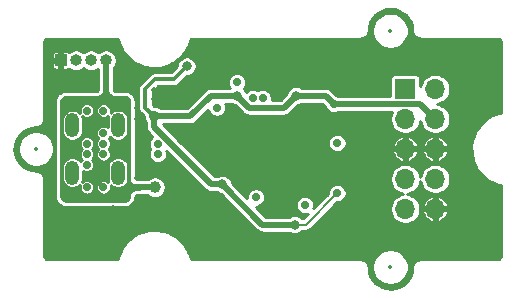
<source format=gbr>
%TF.GenerationSoftware,KiCad,Pcbnew,(5.1.12-1-10_14)*%
%TF.CreationDate,2022-09-08T10:24:56+08:00*%
%TF.ProjectId,0102-TILEDAP,30313032-2d54-4494-9c45-4441502e6b69,rev?*%
%TF.SameCoordinates,Original*%
%TF.FileFunction,Copper,L3,Inr*%
%TF.FilePolarity,Positive*%
%FSLAX46Y46*%
G04 Gerber Fmt 4.6, Leading zero omitted, Abs format (unit mm)*
G04 Created by KiCad (PCBNEW (5.1.12-1-10_14)) date 2022-09-08 10:24:56*
%MOMM*%
%LPD*%
G01*
G04 APERTURE LIST*
%TA.AperFunction,ComponentPad*%
%ADD10O,1.700000X1.700000*%
%TD*%
%TA.AperFunction,ComponentPad*%
%ADD11R,1.700000X1.700000*%
%TD*%
%TA.AperFunction,ComponentPad*%
%ADD12O,1.000000X1.000000*%
%TD*%
%TA.AperFunction,ComponentPad*%
%ADD13R,1.000000X1.000000*%
%TD*%
%TA.AperFunction,ComponentPad*%
%ADD14C,0.700000*%
%TD*%
%TA.AperFunction,ComponentPad*%
%ADD15O,1.200000X2.100000*%
%TD*%
%TA.AperFunction,ViaPad*%
%ADD16C,1.000000*%
%TD*%
%TA.AperFunction,ViaPad*%
%ADD17C,0.500000*%
%TD*%
%TA.AperFunction,ViaPad*%
%ADD18C,0.800000*%
%TD*%
%TA.AperFunction,ViaPad*%
%ADD19C,0.900000*%
%TD*%
%TA.AperFunction,ViaPad*%
%ADD20C,0.700000*%
%TD*%
%TA.AperFunction,Conductor*%
%ADD21C,0.500000*%
%TD*%
%TA.AperFunction,Conductor*%
%ADD22C,0.350000*%
%TD*%
%TA.AperFunction,Conductor*%
%ADD23C,0.200000*%
%TD*%
%TA.AperFunction,Conductor*%
%ADD24C,0.254000*%
%TD*%
%ADD25C,0.350000*%
%ADD26C,0.300000*%
%ADD27O,0.600000X1.500000*%
G04 APERTURE END LIST*
D10*
%TO.N,GND*%
%TO.C,J3*%
X36082000Y7220000D03*
%TO.N,/TGT_NRESET*%
X33542000Y7220000D03*
%TO.N,/TGT_TX*%
X36082000Y9760000D03*
%TO.N,/TGT_RX*%
X33542000Y9760000D03*
%TO.N,GND*%
X36082000Y12300000D03*
X33542000Y12300000D03*
%TO.N,+3V3*%
X36082000Y14840000D03*
%TO.N,/TGT_SWCLK*%
X33542000Y14840000D03*
%TO.N,VBUS*%
X36082000Y17380000D03*
D11*
%TO.N,/TGT_SWDIO*%
X33542000Y17380000D03*
%TD*%
D12*
%TO.N,VBUS*%
%TO.C,J2*%
X8200000Y19800000D03*
%TO.N,/IF_SWDIO*%
X6930000Y19800000D03*
%TO.N,/IF_SWCLK*%
X5660000Y19800000D03*
D13*
%TO.N,GND*%
X4390000Y19800000D03*
%TD*%
D14*
%TO.N,GND*%
%TO.C,J1*%
X6600000Y15550000D03*
%TO.N,VBUS*%
X6600000Y14600000D03*
%TO.N,/D-*%
X6600000Y12750000D03*
%TO.N,/D+*%
X6600000Y11850000D03*
%TO.N,Net-(J1-PadB5)*%
X6600000Y10950000D03*
%TO.N,VBUS*%
X6600000Y10000000D03*
%TO.N,GND*%
X6600000Y9050000D03*
X8000000Y9050000D03*
%TO.N,VBUS*%
X8000000Y10000000D03*
%TO.N,/D-*%
X8000000Y11850000D03*
%TO.N,/D+*%
X8000000Y12750000D03*
%TO.N,Net-(J1-PadA5)*%
X8000000Y13650000D03*
%TO.N,VBUS*%
X8000000Y14600000D03*
%TO.N,GND*%
X8000000Y15550000D03*
D15*
%TO.N,N/C*%
X5370000Y10300000D03*
%TO.N,Net-(J1-PadS1)*%
X9230000Y10300000D03*
X5370000Y14300000D03*
X9230000Y14300000D03*
%TD*%
D16*
%TO.N,VBUS*%
X12350000Y9050000D03*
D17*
%TO.N,GND*%
X20600000Y13000000D03*
X22000000Y13000000D03*
X22000000Y11600000D03*
X20600000Y11600000D03*
X14600000Y13100000D03*
X14600000Y13800000D03*
X10800000Y9800000D03*
X11550000Y9800000D03*
X10800000Y14800000D03*
X15300000Y17300000D03*
X15300000Y16550000D03*
X12300000Y16550000D03*
X12300000Y17300000D03*
X15300000Y7800000D03*
X15300000Y7050000D03*
X12300000Y7800000D03*
X12300000Y7050000D03*
X10800000Y15800000D03*
X7300000Y21300000D03*
X19800000Y21300000D03*
X24800000Y21300000D03*
X27300000Y21300000D03*
X29800000Y21300000D03*
X34800000Y21300000D03*
X37300000Y21300000D03*
X39800000Y21300000D03*
X41300000Y19800000D03*
X41300000Y17300000D03*
X41300000Y7300000D03*
X41300000Y4800000D03*
X39800000Y3300000D03*
X37300000Y3300000D03*
X34800000Y3300000D03*
X29800000Y3300000D03*
X27300000Y3300000D03*
X24800000Y3300000D03*
X22300000Y3300000D03*
X19800000Y3300000D03*
X17300000Y3300000D03*
X7300000Y3300000D03*
X4800000Y3300000D03*
X3300000Y4800000D03*
X3300000Y7300000D03*
X3300000Y9800000D03*
X3300000Y14800000D03*
X3300000Y17300000D03*
X3300000Y19800000D03*
X4800000Y21300000D03*
X5800000Y17300000D03*
X8800000Y7300000D03*
X5550000Y6050000D03*
X6550000Y6050000D03*
X7550000Y6050000D03*
X5550000Y5050000D03*
X6550000Y5050000D03*
X7550000Y5050000D03*
X26550000Y19550000D03*
X27550000Y19550000D03*
X28550000Y19550000D03*
X26550000Y18550000D03*
X27550000Y18550000D03*
X28550000Y18550000D03*
X38050000Y19300000D03*
X39050000Y19300000D03*
X38050000Y18300000D03*
X39050000Y18300000D03*
X30550000Y11800000D03*
X31550000Y11800000D03*
X30550000Y12800000D03*
X31550000Y12800000D03*
X30550000Y9800000D03*
X31550000Y9800000D03*
X30550000Y8800000D03*
X31550000Y8800000D03*
X29050000Y14050000D03*
X29800000Y14800000D03*
X25050000Y15800000D03*
X26050000Y15800000D03*
X22300000Y7550000D03*
X24050000Y7550000D03*
X24800000Y6550000D03*
X24300000Y15300000D03*
X16050000Y7800000D03*
X16050000Y7050000D03*
X18050000Y8300000D03*
X20800000Y4300000D03*
X22050000Y4800000D03*
X23300000Y4800000D03*
X27800000Y6550000D03*
X27800000Y9550000D03*
X19050000Y18800000D03*
X21300000Y20800000D03*
X21300000Y20050000D03*
X28800000Y6550000D03*
X27800000Y5550000D03*
X28800000Y5550000D03*
X29800000Y6550000D03*
X29800000Y5550000D03*
X31550000Y13800000D03*
D18*
%TO.N,+3V3*%
X19300000Y16800000D03*
X24300000Y16800000D03*
D19*
X12300000Y15050000D03*
D18*
X18050000Y9300000D03*
D20*
X27500000Y16100000D03*
X27800000Y8550000D03*
D18*
X15050000Y19300000D03*
X24200000Y5900000D03*
D20*
%TO.N,/TGT_USB_D+*%
X12600000Y12725000D03*
X20625000Y16600000D03*
%TO.N,/TGT_USB_D-*%
X12600000Y11875000D03*
X21475000Y16600000D03*
%TO.N,/TGT_NRESET*%
X27800000Y12800000D03*
%TO.N,/IF_NRESET*%
X25050000Y7550000D03*
X20900000Y8200000D03*
%TO.N,/IF_SWDIO*%
X19300000Y17950000D03*
%TO.N,/IF_SWCLK*%
X17600000Y15800000D03*
%TD*%
D21*
%TO.N,VBUS*%
X8200000Y19800000D02*
X8200000Y16450000D01*
X12350000Y9050000D02*
X10050000Y9050000D01*
%TO.N,+3V3*%
X19300000Y16800000D02*
X17100000Y16800000D01*
X15350000Y15050000D02*
X12300000Y15050000D01*
X17100000Y16800000D02*
X15350000Y15050000D01*
X19300000Y16800000D02*
X20300000Y15800000D01*
X23300000Y15800000D02*
X24300000Y16800000D01*
X20300000Y15800000D02*
X23300000Y15800000D01*
D22*
X15050000Y19300000D02*
X13950000Y18200000D01*
X12348998Y18200000D02*
X11550000Y17401002D01*
X13950000Y18200000D02*
X12348998Y18200000D01*
X11550000Y15800000D02*
X12300000Y15050000D01*
X11550000Y17401002D02*
X11550000Y15800000D01*
D21*
X26800000Y16800000D02*
X27500000Y16100000D01*
X24300000Y16800000D02*
X26800000Y16800000D01*
X34822000Y16100000D02*
X36082000Y14840000D01*
X27500000Y16100000D02*
X34822000Y16100000D01*
X21450000Y5900000D02*
X24200000Y5900000D01*
X18050000Y9300000D02*
X21450000Y5900000D01*
X12300000Y14135002D02*
X12300000Y15050000D01*
X17135002Y9300000D02*
X12300000Y14135002D01*
X18050000Y9300000D02*
X17135002Y9300000D01*
D23*
X25150000Y5900000D02*
X27800000Y8550000D01*
X24200000Y5900000D02*
X25150000Y5900000D01*
%TD*%
D24*
%TO.N,VBUS*%
X8246119Y18161338D02*
X8285215Y18135215D01*
X8311338Y18096119D01*
X8323000Y18037491D01*
X8323000Y17300000D01*
X8324086Y17283423D01*
X8341123Y17154013D01*
X8349704Y17121989D01*
X8399654Y17001399D01*
X8416232Y16972687D01*
X8495692Y16869134D01*
X8519134Y16845692D01*
X8622687Y16766232D01*
X8651399Y16749654D01*
X8771989Y16699704D01*
X8804013Y16691123D01*
X8933423Y16674086D01*
X8950000Y16673000D01*
X9791672Y16673000D01*
X9896257Y16659231D01*
X9985955Y16622077D01*
X10062976Y16562976D01*
X10122077Y16485955D01*
X10159231Y16396257D01*
X10173000Y16291672D01*
X10173000Y9800000D01*
X10174086Y9783423D01*
X10191123Y9654013D01*
X10199704Y9621989D01*
X10249654Y9501399D01*
X10266232Y9472687D01*
X10345692Y9369134D01*
X10369134Y9345692D01*
X10472687Y9266232D01*
X10501399Y9249654D01*
X10621989Y9199704D01*
X10654013Y9191123D01*
X10783423Y9174086D01*
X10800000Y9173000D01*
X11037491Y9173000D01*
X11096119Y9161338D01*
X11135215Y9135215D01*
X11161338Y9096119D01*
X11170512Y9050000D01*
X11161338Y9003881D01*
X11135215Y8964785D01*
X11096119Y8938662D01*
X11037491Y8927000D01*
X10800000Y8927000D01*
X10783423Y8925914D01*
X10654013Y8908877D01*
X10621989Y8900296D01*
X10501399Y8850346D01*
X10472687Y8833768D01*
X10369134Y8754308D01*
X10345692Y8730866D01*
X10266232Y8627313D01*
X10249654Y8598601D01*
X10199704Y8478011D01*
X10191123Y8445987D01*
X10159231Y8203743D01*
X10122077Y8114045D01*
X10062976Y8037024D01*
X9985955Y7977923D01*
X9896257Y7940769D01*
X9791672Y7927000D01*
X4808328Y7927000D01*
X4703743Y7940769D01*
X4614045Y7977923D01*
X4537024Y8037024D01*
X4477923Y8114045D01*
X4440769Y8203743D01*
X4427000Y8308328D01*
X4427000Y10793079D01*
X4493000Y10793079D01*
X4493000Y9806922D01*
X4505690Y9678079D01*
X4555838Y9512764D01*
X4637273Y9360409D01*
X4746867Y9226867D01*
X4880408Y9117273D01*
X5032763Y9035838D01*
X5198078Y8985690D01*
X5370000Y8968757D01*
X5541921Y8985690D01*
X5707236Y9035838D01*
X5859591Y9117273D01*
X5993133Y9226867D01*
X5996781Y9231313D01*
X5973000Y9111754D01*
X5973000Y8988246D01*
X5997095Y8867111D01*
X6044360Y8753004D01*
X6112977Y8650311D01*
X6200311Y8562977D01*
X6303004Y8494360D01*
X6417111Y8447095D01*
X6538246Y8423000D01*
X6661754Y8423000D01*
X6782889Y8447095D01*
X6896996Y8494360D01*
X6999689Y8562977D01*
X7087023Y8650311D01*
X7155640Y8753004D01*
X7202905Y8867111D01*
X7227000Y8988246D01*
X7227000Y9111754D01*
X7373000Y9111754D01*
X7373000Y8988246D01*
X7397095Y8867111D01*
X7444360Y8753004D01*
X7512977Y8650311D01*
X7600311Y8562977D01*
X7703004Y8494360D01*
X7817111Y8447095D01*
X7938246Y8423000D01*
X8061754Y8423000D01*
X8182889Y8447095D01*
X8296996Y8494360D01*
X8399689Y8562977D01*
X8487023Y8650311D01*
X8555640Y8753004D01*
X8602905Y8867111D01*
X8627000Y8988246D01*
X8627000Y9111754D01*
X8603219Y9231313D01*
X8606867Y9226867D01*
X8740408Y9117273D01*
X8892763Y9035838D01*
X9058078Y8985690D01*
X9230000Y8968757D01*
X9401921Y8985690D01*
X9567236Y9035838D01*
X9719591Y9117273D01*
X9853133Y9226867D01*
X9962727Y9360408D01*
X10044162Y9512763D01*
X10094310Y9678078D01*
X10107000Y9806921D01*
X10107000Y10793079D01*
X10094310Y10921922D01*
X10044162Y11087237D01*
X9962727Y11239592D01*
X9853133Y11373133D01*
X9719592Y11482727D01*
X9567237Y11564162D01*
X9401922Y11614310D01*
X9230000Y11631243D01*
X9058079Y11614310D01*
X8892764Y11564162D01*
X8740409Y11482727D01*
X8606868Y11373133D01*
X8497274Y11239592D01*
X8415839Y11087237D01*
X8365691Y10921922D01*
X8353000Y10793079D01*
X8353000Y9806922D01*
X8365690Y9678079D01*
X8412307Y9524405D01*
X8399689Y9537023D01*
X8296996Y9605640D01*
X8182889Y9652905D01*
X8061754Y9677000D01*
X7938246Y9677000D01*
X7817111Y9652905D01*
X7703004Y9605640D01*
X7600311Y9537023D01*
X7512977Y9449689D01*
X7444360Y9346996D01*
X7397095Y9232889D01*
X7373000Y9111754D01*
X7227000Y9111754D01*
X7202905Y9232889D01*
X7155640Y9346996D01*
X7087023Y9449689D01*
X6999689Y9537023D01*
X6896996Y9605640D01*
X6782889Y9652905D01*
X6661754Y9677000D01*
X6538246Y9677000D01*
X6417111Y9652905D01*
X6303004Y9605640D01*
X6200311Y9537023D01*
X6187694Y9524406D01*
X6234310Y9678078D01*
X6247000Y9806921D01*
X6247000Y10431781D01*
X6303004Y10394360D01*
X6417111Y10347095D01*
X6538246Y10323000D01*
X6661754Y10323000D01*
X6782889Y10347095D01*
X6896996Y10394360D01*
X6999689Y10462977D01*
X7087023Y10550311D01*
X7155640Y10653004D01*
X7202905Y10767111D01*
X7227000Y10888246D01*
X7227000Y11011754D01*
X7202905Y11132889D01*
X7155640Y11246996D01*
X7087023Y11349689D01*
X7036712Y11400000D01*
X7087023Y11450311D01*
X7155640Y11553004D01*
X7202905Y11667111D01*
X7227000Y11788246D01*
X7227000Y11911754D01*
X7202905Y12032889D01*
X7155640Y12146996D01*
X7087023Y12249689D01*
X7036712Y12300000D01*
X7087023Y12350311D01*
X7155640Y12453004D01*
X7202905Y12567111D01*
X7227000Y12688246D01*
X7227000Y12811754D01*
X7202905Y12932889D01*
X7155640Y13046996D01*
X7087023Y13149689D01*
X6999689Y13237023D01*
X6896996Y13305640D01*
X6782889Y13352905D01*
X6661754Y13377000D01*
X6538246Y13377000D01*
X6417111Y13352905D01*
X6303004Y13305640D01*
X6200311Y13237023D01*
X6112977Y13149689D01*
X6044360Y13046996D01*
X5997095Y12932889D01*
X5973000Y12811754D01*
X5973000Y12688246D01*
X5997095Y12567111D01*
X6044360Y12453004D01*
X6112977Y12350311D01*
X6163288Y12300000D01*
X6112977Y12249689D01*
X6044360Y12146996D01*
X5997095Y12032889D01*
X5973000Y11911754D01*
X5973000Y11788246D01*
X5997095Y11667111D01*
X6044360Y11553004D01*
X6112977Y11450311D01*
X6163288Y11400000D01*
X6112977Y11349689D01*
X6067827Y11282117D01*
X5993133Y11373133D01*
X5859592Y11482727D01*
X5707237Y11564162D01*
X5541922Y11614310D01*
X5370000Y11631243D01*
X5198079Y11614310D01*
X5032764Y11564162D01*
X4880409Y11482727D01*
X4746868Y11373133D01*
X4637274Y11239592D01*
X4555839Y11087237D01*
X4505691Y10921922D01*
X4493000Y10793079D01*
X4427000Y10793079D01*
X4427000Y14793079D01*
X4493000Y14793079D01*
X4493000Y13806922D01*
X4505690Y13678079D01*
X4555838Y13512764D01*
X4637273Y13360409D01*
X4746867Y13226867D01*
X4880408Y13117273D01*
X5032763Y13035838D01*
X5198078Y12985690D01*
X5370000Y12968757D01*
X5541921Y12985690D01*
X5707236Y13035838D01*
X5859591Y13117273D01*
X5993133Y13226867D01*
X6102727Y13360408D01*
X6184162Y13512763D01*
X6234310Y13678078D01*
X6247000Y13806921D01*
X6247000Y14793079D01*
X6234310Y14921922D01*
X6187694Y15075594D01*
X6200311Y15062977D01*
X6303004Y14994360D01*
X6417111Y14947095D01*
X6538246Y14923000D01*
X6661754Y14923000D01*
X6782889Y14947095D01*
X6896996Y14994360D01*
X6999689Y15062977D01*
X7087023Y15150311D01*
X7155640Y15253004D01*
X7202905Y15367111D01*
X7227000Y15488246D01*
X7227000Y15611754D01*
X7373000Y15611754D01*
X7373000Y15488246D01*
X7397095Y15367111D01*
X7444360Y15253004D01*
X7512977Y15150311D01*
X7600311Y15062977D01*
X7703004Y14994360D01*
X7817111Y14947095D01*
X7938246Y14923000D01*
X8061754Y14923000D01*
X8182889Y14947095D01*
X8296996Y14994360D01*
X8399689Y15062977D01*
X8412308Y15075596D01*
X8365691Y14921922D01*
X8353000Y14793079D01*
X8353000Y14168219D01*
X8296996Y14205640D01*
X8182889Y14252905D01*
X8061754Y14277000D01*
X7938246Y14277000D01*
X7817111Y14252905D01*
X7703004Y14205640D01*
X7600311Y14137023D01*
X7512977Y14049689D01*
X7444360Y13946996D01*
X7397095Y13832889D01*
X7373000Y13711754D01*
X7373000Y13588246D01*
X7397095Y13467111D01*
X7444360Y13353004D01*
X7512977Y13250311D01*
X7563288Y13200000D01*
X7512977Y13149689D01*
X7444360Y13046996D01*
X7397095Y12932889D01*
X7373000Y12811754D01*
X7373000Y12688246D01*
X7397095Y12567111D01*
X7444360Y12453004D01*
X7512977Y12350311D01*
X7563288Y12300000D01*
X7512977Y12249689D01*
X7444360Y12146996D01*
X7397095Y12032889D01*
X7373000Y11911754D01*
X7373000Y11788246D01*
X7397095Y11667111D01*
X7444360Y11553004D01*
X7512977Y11450311D01*
X7600311Y11362977D01*
X7703004Y11294360D01*
X7817111Y11247095D01*
X7938246Y11223000D01*
X8061754Y11223000D01*
X8182889Y11247095D01*
X8296996Y11294360D01*
X8399689Y11362977D01*
X8487023Y11450311D01*
X8555640Y11553004D01*
X8602905Y11667111D01*
X8627000Y11788246D01*
X8627000Y11911754D01*
X8602905Y12032889D01*
X8555640Y12146996D01*
X8487023Y12249689D01*
X8436712Y12300000D01*
X8487023Y12350311D01*
X8555640Y12453004D01*
X8602905Y12567111D01*
X8627000Y12688246D01*
X8627000Y12811754D01*
X8602905Y12932889D01*
X8555640Y13046996D01*
X8487023Y13149689D01*
X8436712Y13200000D01*
X8487023Y13250311D01*
X8532173Y13317883D01*
X8606867Y13226867D01*
X8740408Y13117273D01*
X8892763Y13035838D01*
X9058078Y12985690D01*
X9230000Y12968757D01*
X9401921Y12985690D01*
X9567236Y13035838D01*
X9719591Y13117273D01*
X9853133Y13226867D01*
X9962727Y13360408D01*
X10044162Y13512763D01*
X10094310Y13678078D01*
X10107000Y13806921D01*
X10107000Y14793079D01*
X10094310Y14921922D01*
X10044162Y15087237D01*
X9962727Y15239592D01*
X9853133Y15373133D01*
X9719592Y15482727D01*
X9567237Y15564162D01*
X9401922Y15614310D01*
X9230000Y15631243D01*
X9058079Y15614310D01*
X8892764Y15564162D01*
X8740409Y15482727D01*
X8606868Y15373133D01*
X8603218Y15368686D01*
X8627000Y15488246D01*
X8627000Y15611754D01*
X8602905Y15732889D01*
X8555640Y15846996D01*
X8487023Y15949689D01*
X8399689Y16037023D01*
X8296996Y16105640D01*
X8182889Y16152905D01*
X8061754Y16177000D01*
X7938246Y16177000D01*
X7817111Y16152905D01*
X7703004Y16105640D01*
X7600311Y16037023D01*
X7512977Y15949689D01*
X7444360Y15846996D01*
X7397095Y15732889D01*
X7373000Y15611754D01*
X7227000Y15611754D01*
X7202905Y15732889D01*
X7155640Y15846996D01*
X7087023Y15949689D01*
X6999689Y16037023D01*
X6896996Y16105640D01*
X6782889Y16152905D01*
X6661754Y16177000D01*
X6538246Y16177000D01*
X6417111Y16152905D01*
X6303004Y16105640D01*
X6200311Y16037023D01*
X6112977Y15949689D01*
X6044360Y15846996D01*
X5997095Y15732889D01*
X5973000Y15611754D01*
X5973000Y15488246D01*
X5996781Y15368687D01*
X5993133Y15373133D01*
X5859592Y15482727D01*
X5707237Y15564162D01*
X5541922Y15614310D01*
X5370000Y15631243D01*
X5198079Y15614310D01*
X5032764Y15564162D01*
X4880409Y15482727D01*
X4746868Y15373133D01*
X4637274Y15239592D01*
X4555839Y15087237D01*
X4505691Y14921922D01*
X4493000Y14793079D01*
X4427000Y14793079D01*
X4427000Y16291672D01*
X4440769Y16396257D01*
X4477923Y16485955D01*
X4537024Y16562976D01*
X4614045Y16622077D01*
X4703743Y16659231D01*
X4808328Y16673000D01*
X7450000Y16673000D01*
X7466577Y16674086D01*
X7595987Y16691123D01*
X7628011Y16699704D01*
X7748601Y16749654D01*
X7777313Y16766232D01*
X7880866Y16845692D01*
X7904308Y16869134D01*
X7983768Y16972687D01*
X8000346Y17001399D01*
X8050296Y17121989D01*
X8058877Y17154013D01*
X8075914Y17283423D01*
X8077000Y17300000D01*
X8077000Y18037491D01*
X8088662Y18096119D01*
X8114785Y18135215D01*
X8153881Y18161338D01*
X8200000Y18170512D01*
X8246119Y18161338D01*
%TA.AperFunction,Conductor*%
D22*
G36*
X8246119Y18161338D02*
G01*
X8285215Y18135215D01*
X8311338Y18096119D01*
X8323000Y18037491D01*
X8323000Y17300000D01*
X8324086Y17283423D01*
X8341123Y17154013D01*
X8349704Y17121989D01*
X8399654Y17001399D01*
X8416232Y16972687D01*
X8495692Y16869134D01*
X8519134Y16845692D01*
X8622687Y16766232D01*
X8651399Y16749654D01*
X8771989Y16699704D01*
X8804013Y16691123D01*
X8933423Y16674086D01*
X8950000Y16673000D01*
X9791672Y16673000D01*
X9896257Y16659231D01*
X9985955Y16622077D01*
X10062976Y16562976D01*
X10122077Y16485955D01*
X10159231Y16396257D01*
X10173000Y16291672D01*
X10173000Y9800000D01*
X10174086Y9783423D01*
X10191123Y9654013D01*
X10199704Y9621989D01*
X10249654Y9501399D01*
X10266232Y9472687D01*
X10345692Y9369134D01*
X10369134Y9345692D01*
X10472687Y9266232D01*
X10501399Y9249654D01*
X10621989Y9199704D01*
X10654013Y9191123D01*
X10783423Y9174086D01*
X10800000Y9173000D01*
X11037491Y9173000D01*
X11096119Y9161338D01*
X11135215Y9135215D01*
X11161338Y9096119D01*
X11170512Y9050000D01*
X11161338Y9003881D01*
X11135215Y8964785D01*
X11096119Y8938662D01*
X11037491Y8927000D01*
X10800000Y8927000D01*
X10783423Y8925914D01*
X10654013Y8908877D01*
X10621989Y8900296D01*
X10501399Y8850346D01*
X10472687Y8833768D01*
X10369134Y8754308D01*
X10345692Y8730866D01*
X10266232Y8627313D01*
X10249654Y8598601D01*
X10199704Y8478011D01*
X10191123Y8445987D01*
X10159231Y8203743D01*
X10122077Y8114045D01*
X10062976Y8037024D01*
X9985955Y7977923D01*
X9896257Y7940769D01*
X9791672Y7927000D01*
X4808328Y7927000D01*
X4703743Y7940769D01*
X4614045Y7977923D01*
X4537024Y8037024D01*
X4477923Y8114045D01*
X4440769Y8203743D01*
X4427000Y8308328D01*
X4427000Y10793079D01*
X4493000Y10793079D01*
X4493000Y9806922D01*
X4505690Y9678079D01*
X4555838Y9512764D01*
X4637273Y9360409D01*
X4746867Y9226867D01*
X4880408Y9117273D01*
X5032763Y9035838D01*
X5198078Y8985690D01*
X5370000Y8968757D01*
X5541921Y8985690D01*
X5707236Y9035838D01*
X5859591Y9117273D01*
X5993133Y9226867D01*
X5996781Y9231313D01*
X5973000Y9111754D01*
X5973000Y8988246D01*
X5997095Y8867111D01*
X6044360Y8753004D01*
X6112977Y8650311D01*
X6200311Y8562977D01*
X6303004Y8494360D01*
X6417111Y8447095D01*
X6538246Y8423000D01*
X6661754Y8423000D01*
X6782889Y8447095D01*
X6896996Y8494360D01*
X6999689Y8562977D01*
X7087023Y8650311D01*
X7155640Y8753004D01*
X7202905Y8867111D01*
X7227000Y8988246D01*
X7227000Y9111754D01*
X7373000Y9111754D01*
X7373000Y8988246D01*
X7397095Y8867111D01*
X7444360Y8753004D01*
X7512977Y8650311D01*
X7600311Y8562977D01*
X7703004Y8494360D01*
X7817111Y8447095D01*
X7938246Y8423000D01*
X8061754Y8423000D01*
X8182889Y8447095D01*
X8296996Y8494360D01*
X8399689Y8562977D01*
X8487023Y8650311D01*
X8555640Y8753004D01*
X8602905Y8867111D01*
X8627000Y8988246D01*
X8627000Y9111754D01*
X8603219Y9231313D01*
X8606867Y9226867D01*
X8740408Y9117273D01*
X8892763Y9035838D01*
X9058078Y8985690D01*
X9230000Y8968757D01*
X9401921Y8985690D01*
X9567236Y9035838D01*
X9719591Y9117273D01*
X9853133Y9226867D01*
X9962727Y9360408D01*
X10044162Y9512763D01*
X10094310Y9678078D01*
X10107000Y9806921D01*
X10107000Y10793079D01*
X10094310Y10921922D01*
X10044162Y11087237D01*
X9962727Y11239592D01*
X9853133Y11373133D01*
X9719592Y11482727D01*
X9567237Y11564162D01*
X9401922Y11614310D01*
X9230000Y11631243D01*
X9058079Y11614310D01*
X8892764Y11564162D01*
X8740409Y11482727D01*
X8606868Y11373133D01*
X8497274Y11239592D01*
X8415839Y11087237D01*
X8365691Y10921922D01*
X8353000Y10793079D01*
X8353000Y9806922D01*
X8365690Y9678079D01*
X8412307Y9524405D01*
X8399689Y9537023D01*
X8296996Y9605640D01*
X8182889Y9652905D01*
X8061754Y9677000D01*
X7938246Y9677000D01*
X7817111Y9652905D01*
X7703004Y9605640D01*
X7600311Y9537023D01*
X7512977Y9449689D01*
X7444360Y9346996D01*
X7397095Y9232889D01*
X7373000Y9111754D01*
X7227000Y9111754D01*
X7202905Y9232889D01*
X7155640Y9346996D01*
X7087023Y9449689D01*
X6999689Y9537023D01*
X6896996Y9605640D01*
X6782889Y9652905D01*
X6661754Y9677000D01*
X6538246Y9677000D01*
X6417111Y9652905D01*
X6303004Y9605640D01*
X6200311Y9537023D01*
X6187694Y9524406D01*
X6234310Y9678078D01*
X6247000Y9806921D01*
X6247000Y10431781D01*
X6303004Y10394360D01*
X6417111Y10347095D01*
X6538246Y10323000D01*
X6661754Y10323000D01*
X6782889Y10347095D01*
X6896996Y10394360D01*
X6999689Y10462977D01*
X7087023Y10550311D01*
X7155640Y10653004D01*
X7202905Y10767111D01*
X7227000Y10888246D01*
X7227000Y11011754D01*
X7202905Y11132889D01*
X7155640Y11246996D01*
X7087023Y11349689D01*
X7036712Y11400000D01*
X7087023Y11450311D01*
X7155640Y11553004D01*
X7202905Y11667111D01*
X7227000Y11788246D01*
X7227000Y11911754D01*
X7202905Y12032889D01*
X7155640Y12146996D01*
X7087023Y12249689D01*
X7036712Y12300000D01*
X7087023Y12350311D01*
X7155640Y12453004D01*
X7202905Y12567111D01*
X7227000Y12688246D01*
X7227000Y12811754D01*
X7202905Y12932889D01*
X7155640Y13046996D01*
X7087023Y13149689D01*
X6999689Y13237023D01*
X6896996Y13305640D01*
X6782889Y13352905D01*
X6661754Y13377000D01*
X6538246Y13377000D01*
X6417111Y13352905D01*
X6303004Y13305640D01*
X6200311Y13237023D01*
X6112977Y13149689D01*
X6044360Y13046996D01*
X5997095Y12932889D01*
X5973000Y12811754D01*
X5973000Y12688246D01*
X5997095Y12567111D01*
X6044360Y12453004D01*
X6112977Y12350311D01*
X6163288Y12300000D01*
X6112977Y12249689D01*
X6044360Y12146996D01*
X5997095Y12032889D01*
X5973000Y11911754D01*
X5973000Y11788246D01*
X5997095Y11667111D01*
X6044360Y11553004D01*
X6112977Y11450311D01*
X6163288Y11400000D01*
X6112977Y11349689D01*
X6067827Y11282117D01*
X5993133Y11373133D01*
X5859592Y11482727D01*
X5707237Y11564162D01*
X5541922Y11614310D01*
X5370000Y11631243D01*
X5198079Y11614310D01*
X5032764Y11564162D01*
X4880409Y11482727D01*
X4746868Y11373133D01*
X4637274Y11239592D01*
X4555839Y11087237D01*
X4505691Y10921922D01*
X4493000Y10793079D01*
X4427000Y10793079D01*
X4427000Y14793079D01*
X4493000Y14793079D01*
X4493000Y13806922D01*
X4505690Y13678079D01*
X4555838Y13512764D01*
X4637273Y13360409D01*
X4746867Y13226867D01*
X4880408Y13117273D01*
X5032763Y13035838D01*
X5198078Y12985690D01*
X5370000Y12968757D01*
X5541921Y12985690D01*
X5707236Y13035838D01*
X5859591Y13117273D01*
X5993133Y13226867D01*
X6102727Y13360408D01*
X6184162Y13512763D01*
X6234310Y13678078D01*
X6247000Y13806921D01*
X6247000Y14793079D01*
X6234310Y14921922D01*
X6187694Y15075594D01*
X6200311Y15062977D01*
X6303004Y14994360D01*
X6417111Y14947095D01*
X6538246Y14923000D01*
X6661754Y14923000D01*
X6782889Y14947095D01*
X6896996Y14994360D01*
X6999689Y15062977D01*
X7087023Y15150311D01*
X7155640Y15253004D01*
X7202905Y15367111D01*
X7227000Y15488246D01*
X7227000Y15611754D01*
X7373000Y15611754D01*
X7373000Y15488246D01*
X7397095Y15367111D01*
X7444360Y15253004D01*
X7512977Y15150311D01*
X7600311Y15062977D01*
X7703004Y14994360D01*
X7817111Y14947095D01*
X7938246Y14923000D01*
X8061754Y14923000D01*
X8182889Y14947095D01*
X8296996Y14994360D01*
X8399689Y15062977D01*
X8412308Y15075596D01*
X8365691Y14921922D01*
X8353000Y14793079D01*
X8353000Y14168219D01*
X8296996Y14205640D01*
X8182889Y14252905D01*
X8061754Y14277000D01*
X7938246Y14277000D01*
X7817111Y14252905D01*
X7703004Y14205640D01*
X7600311Y14137023D01*
X7512977Y14049689D01*
X7444360Y13946996D01*
X7397095Y13832889D01*
X7373000Y13711754D01*
X7373000Y13588246D01*
X7397095Y13467111D01*
X7444360Y13353004D01*
X7512977Y13250311D01*
X7563288Y13200000D01*
X7512977Y13149689D01*
X7444360Y13046996D01*
X7397095Y12932889D01*
X7373000Y12811754D01*
X7373000Y12688246D01*
X7397095Y12567111D01*
X7444360Y12453004D01*
X7512977Y12350311D01*
X7563288Y12300000D01*
X7512977Y12249689D01*
X7444360Y12146996D01*
X7397095Y12032889D01*
X7373000Y11911754D01*
X7373000Y11788246D01*
X7397095Y11667111D01*
X7444360Y11553004D01*
X7512977Y11450311D01*
X7600311Y11362977D01*
X7703004Y11294360D01*
X7817111Y11247095D01*
X7938246Y11223000D01*
X8061754Y11223000D01*
X8182889Y11247095D01*
X8296996Y11294360D01*
X8399689Y11362977D01*
X8487023Y11450311D01*
X8555640Y11553004D01*
X8602905Y11667111D01*
X8627000Y11788246D01*
X8627000Y11911754D01*
X8602905Y12032889D01*
X8555640Y12146996D01*
X8487023Y12249689D01*
X8436712Y12300000D01*
X8487023Y12350311D01*
X8555640Y12453004D01*
X8602905Y12567111D01*
X8627000Y12688246D01*
X8627000Y12811754D01*
X8602905Y12932889D01*
X8555640Y13046996D01*
X8487023Y13149689D01*
X8436712Y13200000D01*
X8487023Y13250311D01*
X8532173Y13317883D01*
X8606867Y13226867D01*
X8740408Y13117273D01*
X8892763Y13035838D01*
X9058078Y12985690D01*
X9230000Y12968757D01*
X9401921Y12985690D01*
X9567236Y13035838D01*
X9719591Y13117273D01*
X9853133Y13226867D01*
X9962727Y13360408D01*
X10044162Y13512763D01*
X10094310Y13678078D01*
X10107000Y13806921D01*
X10107000Y14793079D01*
X10094310Y14921922D01*
X10044162Y15087237D01*
X9962727Y15239592D01*
X9853133Y15373133D01*
X9719592Y15482727D01*
X9567237Y15564162D01*
X9401922Y15614310D01*
X9230000Y15631243D01*
X9058079Y15614310D01*
X8892764Y15564162D01*
X8740409Y15482727D01*
X8606868Y15373133D01*
X8603218Y15368686D01*
X8627000Y15488246D01*
X8627000Y15611754D01*
X8602905Y15732889D01*
X8555640Y15846996D01*
X8487023Y15949689D01*
X8399689Y16037023D01*
X8296996Y16105640D01*
X8182889Y16152905D01*
X8061754Y16177000D01*
X7938246Y16177000D01*
X7817111Y16152905D01*
X7703004Y16105640D01*
X7600311Y16037023D01*
X7512977Y15949689D01*
X7444360Y15846996D01*
X7397095Y15732889D01*
X7373000Y15611754D01*
X7227000Y15611754D01*
X7202905Y15732889D01*
X7155640Y15846996D01*
X7087023Y15949689D01*
X6999689Y16037023D01*
X6896996Y16105640D01*
X6782889Y16152905D01*
X6661754Y16177000D01*
X6538246Y16177000D01*
X6417111Y16152905D01*
X6303004Y16105640D01*
X6200311Y16037023D01*
X6112977Y15949689D01*
X6044360Y15846996D01*
X5997095Y15732889D01*
X5973000Y15611754D01*
X5973000Y15488246D01*
X5996781Y15368687D01*
X5993133Y15373133D01*
X5859592Y15482727D01*
X5707237Y15564162D01*
X5541922Y15614310D01*
X5370000Y15631243D01*
X5198079Y15614310D01*
X5032764Y15564162D01*
X4880409Y15482727D01*
X4746868Y15373133D01*
X4637274Y15239592D01*
X4555839Y15087237D01*
X4505691Y14921922D01*
X4493000Y14793079D01*
X4427000Y14793079D01*
X4427000Y16291672D01*
X4440769Y16396257D01*
X4477923Y16485955D01*
X4537024Y16562976D01*
X4614045Y16622077D01*
X4703743Y16659231D01*
X4808328Y16673000D01*
X7450000Y16673000D01*
X7466577Y16674086D01*
X7595987Y16691123D01*
X7628011Y16699704D01*
X7748601Y16749654D01*
X7777313Y16766232D01*
X7880866Y16845692D01*
X7904308Y16869134D01*
X7983768Y16972687D01*
X8000346Y17001399D01*
X8050296Y17121989D01*
X8058877Y17154013D01*
X8075914Y17283423D01*
X8077000Y17300000D01*
X8077000Y18037491D01*
X8088662Y18096119D01*
X8114785Y18135215D01*
X8153881Y18161338D01*
X8200000Y18170512D01*
X8246119Y18161338D01*
G37*
%TD.AperFunction*%
%TD*%
D24*
%TO.N,GND*%
X32645874Y24113138D02*
X32991462Y24011426D01*
X33310709Y23844527D01*
X33591463Y23618796D01*
X33823021Y23342835D01*
X33996570Y23027149D01*
X34105496Y22683771D01*
X34147952Y22305271D01*
X34148006Y22297585D01*
X34148008Y22296985D01*
X34148010Y22296963D01*
X34148011Y22296847D01*
X34148349Y22293633D01*
X34150003Y22277364D01*
X34149865Y22257640D01*
X34150481Y22251359D01*
X34154561Y22212539D01*
X34162800Y22172400D01*
X34170474Y22132168D01*
X34172297Y22126131D01*
X34172298Y22126125D01*
X34172300Y22126119D01*
X34183840Y22088839D01*
X34199729Y22051041D01*
X34215061Y22013091D01*
X34218022Y22007522D01*
X34218024Y22007517D01*
X34218027Y22007513D01*
X34236589Y21973182D01*
X34259523Y21939180D01*
X34281936Y21904931D01*
X34285910Y21900058D01*
X34285917Y21900048D01*
X34285925Y21900040D01*
X34310806Y21869965D01*
X34339858Y21841116D01*
X34368536Y21811831D01*
X34373399Y21807808D01*
X34403648Y21783139D01*
X34437757Y21760477D01*
X34471568Y21737326D01*
X34477119Y21734324D01*
X34511583Y21715999D01*
X34549471Y21700383D01*
X34587112Y21684250D01*
X34593141Y21682383D01*
X34630508Y21671101D01*
X34670735Y21663136D01*
X34710769Y21654626D01*
X34711290Y21654571D01*
X34711393Y21654540D01*
X34714448Y21654239D01*
X34717041Y21653966D01*
X34717045Y21653966D01*
X34755892Y21650157D01*
X34755895Y21650157D01*
X34777795Y21648000D01*
X41277891Y21648000D01*
X41367173Y21639246D01*
X41431789Y21619737D01*
X41491380Y21588052D01*
X41543685Y21545393D01*
X41586708Y21493387D01*
X41618812Y21434012D01*
X41638768Y21369543D01*
X41648001Y21281702D01*
X41648000Y15379154D01*
X41315713Y15300215D01*
X41277000Y15286913D01*
X41238044Y15274132D01*
X41232286Y15271548D01*
X40751714Y15051894D01*
X40716304Y15031315D01*
X40680591Y15011222D01*
X40675450Y15007572D01*
X40675444Y15007569D01*
X40675440Y15007565D01*
X40246688Y14698755D01*
X40215929Y14671672D01*
X40184819Y14645042D01*
X40180486Y14640465D01*
X40180480Y14640460D01*
X40180476Y14640454D01*
X39819873Y14254247D01*
X39794964Y14221711D01*
X39769615Y14189540D01*
X39766254Y14184209D01*
X39766248Y14184202D01*
X39766244Y14184194D01*
X39487525Y13735303D01*
X39469414Y13698556D01*
X39450793Y13662067D01*
X39448527Y13656176D01*
X39262303Y13161688D01*
X39251681Y13122146D01*
X39240495Y13082712D01*
X39239417Y13076493D01*
X39152786Y12555253D01*
X39150045Y12514375D01*
X39146734Y12473545D01*
X39146884Y12467236D01*
X39163145Y11939095D01*
X39168395Y11898473D01*
X39173078Y11857767D01*
X39174451Y11851607D01*
X39292986Y11336683D01*
X39306025Y11297857D01*
X39318527Y11258834D01*
X39321070Y11253057D01*
X39537364Y10770963D01*
X39557713Y10735379D01*
X39577539Y10699558D01*
X39581153Y10694390D01*
X39581156Y10694385D01*
X39581160Y10694381D01*
X39886969Y10263486D01*
X39913811Y10232567D01*
X39940249Y10201242D01*
X39944801Y10196871D01*
X40328487Y9833576D01*
X40360846Y9808442D01*
X40392841Y9782868D01*
X40398149Y9779470D01*
X40398156Y9779464D01*
X40398164Y9779460D01*
X40845098Y9497614D01*
X40881701Y9479255D01*
X40918076Y9460371D01*
X40923945Y9458067D01*
X40923951Y9458064D01*
X40923957Y9458062D01*
X41417125Y9268393D01*
X41456622Y9257486D01*
X41495948Y9246034D01*
X41502148Y9244915D01*
X41502158Y9244912D01*
X41502168Y9244911D01*
X41648001Y9219626D01*
X41648000Y3322110D01*
X41639246Y3232828D01*
X41619737Y3168212D01*
X41588053Y3108622D01*
X41545391Y3056313D01*
X41493389Y3013294D01*
X41434013Y2981189D01*
X41369542Y2961232D01*
X41281712Y2952000D01*
X34777795Y2952000D01*
X34758779Y2950127D01*
X34757640Y2950135D01*
X34751359Y2949519D01*
X34732793Y2947568D01*
X34711393Y2945460D01*
X34708781Y2944668D01*
X34672393Y2937199D01*
X34632169Y2929526D01*
X34626131Y2927703D01*
X34626125Y2927702D01*
X34626119Y2927700D01*
X34588840Y2916160D01*
X34551043Y2900272D01*
X34513091Y2884939D01*
X34507527Y2881980D01*
X34507517Y2881976D01*
X34507513Y2881973D01*
X34473182Y2863411D01*
X34439180Y2840477D01*
X34404931Y2818064D01*
X34400051Y2814085D01*
X34400048Y2814083D01*
X34400046Y2814080D01*
X34400040Y2814076D01*
X34369965Y2789194D01*
X34341096Y2760123D01*
X34311831Y2731463D01*
X34307808Y2726601D01*
X34283138Y2696352D01*
X34260454Y2662209D01*
X34237326Y2628432D01*
X34234324Y2622881D01*
X34215999Y2588417D01*
X34200383Y2550529D01*
X34184250Y2512888D01*
X34182383Y2506859D01*
X34171101Y2469492D01*
X34163136Y2429265D01*
X34154626Y2389231D01*
X34153966Y2382954D01*
X34150157Y2344108D01*
X34150157Y2344107D01*
X34110679Y1941477D01*
X34006558Y1596608D01*
X33837434Y1278532D01*
X33609748Y999362D01*
X33332178Y769736D01*
X33015291Y598396D01*
X32671156Y491868D01*
X32312886Y454213D01*
X31954124Y486862D01*
X31608539Y588574D01*
X31289291Y755473D01*
X31008537Y981204D01*
X30776981Y1257163D01*
X30603430Y1572851D01*
X30494504Y1916229D01*
X30452048Y2294729D01*
X30451994Y2302415D01*
X30451992Y2303015D01*
X30451990Y2303037D01*
X30451989Y2303153D01*
X30451651Y2306366D01*
X30449997Y2322637D01*
X30450135Y2342360D01*
X30449519Y2348641D01*
X30445439Y2387461D01*
X30437199Y2427607D01*
X30432852Y2450396D01*
X30773000Y2450396D01*
X30773000Y2149604D01*
X30831681Y1854590D01*
X30946790Y1576694D01*
X31113901Y1326594D01*
X31326594Y1113901D01*
X31576694Y946790D01*
X31854590Y831681D01*
X32149604Y773000D01*
X32450396Y773000D01*
X32745410Y831681D01*
X33023306Y946790D01*
X33273406Y1113901D01*
X33486099Y1326594D01*
X33653210Y1576694D01*
X33768319Y1854590D01*
X33827000Y2149604D01*
X33827000Y2450396D01*
X33768319Y2745410D01*
X33653210Y3023306D01*
X33486099Y3273406D01*
X33273406Y3486099D01*
X33023306Y3653210D01*
X32745410Y3768319D01*
X32450396Y3827000D01*
X32149604Y3827000D01*
X31854590Y3768319D01*
X31576694Y3653210D01*
X31326594Y3486099D01*
X31113901Y3273406D01*
X30946790Y3023306D01*
X30831681Y2745410D01*
X30773000Y2450396D01*
X30432852Y2450396D01*
X30429526Y2467831D01*
X30427702Y2473873D01*
X30427702Y2473875D01*
X30427700Y2473881D01*
X30416160Y2511160D01*
X30400272Y2548957D01*
X30384939Y2586909D01*
X30381980Y2592473D01*
X30381976Y2592483D01*
X30381971Y2592491D01*
X30363411Y2626818D01*
X30340477Y2660820D01*
X30318064Y2695069D01*
X30314076Y2699960D01*
X30289194Y2730035D01*
X30260123Y2758904D01*
X30231463Y2788169D01*
X30226601Y2792192D01*
X30196352Y2816862D01*
X30162209Y2839546D01*
X30128432Y2862674D01*
X30122881Y2865676D01*
X30088417Y2884001D01*
X30050529Y2899617D01*
X30012888Y2915750D01*
X30006859Y2917617D01*
X29969492Y2928899D01*
X29929265Y2936864D01*
X29889231Y2945374D01*
X29888710Y2945429D01*
X29888607Y2945460D01*
X29885543Y2945762D01*
X29882960Y2946033D01*
X29882957Y2946034D01*
X29882954Y2946034D01*
X29844108Y2949843D01*
X29844105Y2949843D01*
X29822205Y2952000D01*
X15379154Y2952000D01*
X15300215Y3284287D01*
X15286913Y3323000D01*
X15274132Y3361956D01*
X15271548Y3367714D01*
X15051894Y3848286D01*
X15031315Y3883696D01*
X15011222Y3919409D01*
X15007572Y3924550D01*
X15007569Y3924556D01*
X15007565Y3924560D01*
X14698755Y4353312D01*
X14671672Y4384071D01*
X14645042Y4415181D01*
X14640465Y4419514D01*
X14640460Y4419520D01*
X14640454Y4419524D01*
X14254247Y4780127D01*
X14221711Y4805036D01*
X14189540Y4830385D01*
X14184209Y4833746D01*
X14184202Y4833752D01*
X14184194Y4833756D01*
X13735303Y5112475D01*
X13698556Y5130586D01*
X13662067Y5149207D01*
X13656176Y5151473D01*
X13161688Y5337697D01*
X13122146Y5348319D01*
X13082712Y5359505D01*
X13076493Y5360583D01*
X12555253Y5447214D01*
X12514375Y5449955D01*
X12473545Y5453266D01*
X12467236Y5453116D01*
X12467235Y5453116D01*
X11939095Y5436855D01*
X11898473Y5431605D01*
X11857767Y5426922D01*
X11851607Y5425549D01*
X11336683Y5307014D01*
X11297847Y5293972D01*
X11258834Y5281473D01*
X11253058Y5278930D01*
X10770963Y5062636D01*
X10735393Y5042295D01*
X10699558Y5022461D01*
X10694386Y5018844D01*
X10263485Y4713031D01*
X10232548Y4686172D01*
X10201242Y4659751D01*
X10196871Y4655199D01*
X9833576Y4271513D01*
X9808442Y4239154D01*
X9782868Y4207159D01*
X9779470Y4201851D01*
X9779464Y4201844D01*
X9779460Y4201836D01*
X9497614Y3754902D01*
X9479255Y3718299D01*
X9460371Y3681924D01*
X9458067Y3676055D01*
X9458064Y3676049D01*
X9458062Y3676043D01*
X9268393Y3182875D01*
X9257489Y3143388D01*
X9246034Y3104053D01*
X9244915Y3097852D01*
X9244912Y3097842D01*
X9244911Y3097832D01*
X9219626Y2952000D01*
X3322109Y2952000D01*
X3232828Y2960754D01*
X3168212Y2980263D01*
X3108622Y3011947D01*
X3056313Y3054609D01*
X3013294Y3106611D01*
X2981189Y3165987D01*
X2961232Y3230458D01*
X2952000Y3318288D01*
X2952000Y9822205D01*
X2950127Y9841221D01*
X2950135Y9842360D01*
X2949519Y9848641D01*
X2947568Y9867207D01*
X2945460Y9888607D01*
X2944668Y9891219D01*
X2937199Y9927607D01*
X2929526Y9967831D01*
X2927702Y9973873D01*
X2927702Y9973875D01*
X2927700Y9973881D01*
X2916160Y10011160D01*
X2900272Y10048957D01*
X2884939Y10086909D01*
X2881980Y10092473D01*
X2881976Y10092483D01*
X2881971Y10092491D01*
X2863411Y10126818D01*
X2840477Y10160820D01*
X2818064Y10195069D01*
X2814076Y10199960D01*
X2789194Y10230035D01*
X2760123Y10258904D01*
X2731463Y10288169D01*
X2726601Y10292192D01*
X2696352Y10316862D01*
X2662209Y10339546D01*
X2628432Y10362674D01*
X2622881Y10365676D01*
X2588417Y10384001D01*
X2550529Y10399617D01*
X2512888Y10415750D01*
X2506859Y10417617D01*
X2469492Y10428899D01*
X2429265Y10436864D01*
X2389231Y10445374D01*
X2382960Y10446033D01*
X2382957Y10446034D01*
X2382954Y10446034D01*
X2344108Y10449843D01*
X2344107Y10449843D01*
X1941477Y10489321D01*
X1596608Y10593442D01*
X1278532Y10762566D01*
X999362Y10990252D01*
X769736Y11267822D01*
X598396Y11584709D01*
X491868Y11928844D01*
X454213Y12287113D01*
X469072Y12450396D01*
X773000Y12450396D01*
X773000Y12149604D01*
X831681Y11854590D01*
X946790Y11576694D01*
X1113901Y11326594D01*
X1326594Y11113901D01*
X1576694Y10946790D01*
X1854590Y10831681D01*
X2149604Y10773000D01*
X2450396Y10773000D01*
X2745410Y10831681D01*
X3023306Y10946790D01*
X3273406Y11113901D01*
X3486099Y11326594D01*
X3653210Y11576694D01*
X3768319Y11854590D01*
X3827000Y12149604D01*
X3827000Y12450396D01*
X3768319Y12745410D01*
X3653210Y13023306D01*
X3486099Y13273406D01*
X3273406Y13486099D01*
X3023306Y13653210D01*
X2745410Y13768319D01*
X2450396Y13827000D01*
X2149604Y13827000D01*
X1854590Y13768319D01*
X1576694Y13653210D01*
X1326594Y13486099D01*
X1113901Y13273406D01*
X946790Y13023306D01*
X831681Y12745410D01*
X773000Y12450396D01*
X469072Y12450396D01*
X486862Y12645874D01*
X588574Y12991462D01*
X755473Y13310709D01*
X981204Y13591463D01*
X1257165Y13823021D01*
X1572851Y13996570D01*
X1916229Y14105496D01*
X2294729Y14147952D01*
X2302415Y14148006D01*
X2303015Y14148008D01*
X2303037Y14148010D01*
X2303153Y14148011D01*
X2306367Y14148349D01*
X2322636Y14150003D01*
X2342360Y14149865D01*
X2348641Y14150481D01*
X2387461Y14154561D01*
X2427600Y14162800D01*
X2467832Y14170474D01*
X2473869Y14172297D01*
X2473875Y14172298D01*
X2473881Y14172300D01*
X2511161Y14183840D01*
X2548959Y14199729D01*
X2586909Y14215061D01*
X2592478Y14218022D01*
X2592483Y14218024D01*
X2592489Y14218028D01*
X2626818Y14236589D01*
X2660820Y14259523D01*
X2695069Y14281936D01*
X2699942Y14285910D01*
X2699952Y14285917D01*
X2699960Y14285925D01*
X2730035Y14310806D01*
X2758884Y14339858D01*
X2788169Y14368536D01*
X2792192Y14373399D01*
X2816861Y14403648D01*
X2839523Y14437757D01*
X2862674Y14471568D01*
X2865676Y14477119D01*
X2884001Y14511583D01*
X2899617Y14549471D01*
X2915750Y14587112D01*
X2917617Y14593141D01*
X2928899Y14630508D01*
X2936864Y14670735D01*
X2945374Y14710769D01*
X2945429Y14711290D01*
X2945460Y14711393D01*
X2945761Y14714448D01*
X2946034Y14717045D01*
X2949843Y14755892D01*
X2949843Y14755895D01*
X2952000Y14777795D01*
X2952000Y16300000D01*
X3873000Y16300000D01*
X3873000Y8300000D01*
X3876653Y8244266D01*
X3893690Y8114856D01*
X3922540Y8007184D01*
X3972490Y7886594D01*
X4028227Y7790057D01*
X4107687Y7686504D01*
X4186504Y7607687D01*
X4290057Y7528227D01*
X4386594Y7472490D01*
X4507184Y7422540D01*
X4614856Y7393690D01*
X4744266Y7376653D01*
X4800000Y7373000D01*
X9800000Y7373000D01*
X9855734Y7376653D01*
X9985144Y7393690D01*
X10092816Y7422540D01*
X10213406Y7472490D01*
X10309943Y7528227D01*
X10413496Y7607687D01*
X10492313Y7686504D01*
X10571773Y7790057D01*
X10627510Y7886594D01*
X10677460Y8007184D01*
X10706310Y8114856D01*
X10733046Y8317939D01*
X10739972Y8334659D01*
X10750986Y8349014D01*
X10765341Y8360028D01*
X10782061Y8366954D01*
X10827986Y8373000D01*
X11716024Y8373000D01*
X11759072Y8329952D01*
X11910901Y8228504D01*
X12079604Y8158624D01*
X12258699Y8123000D01*
X12441301Y8123000D01*
X12620396Y8158624D01*
X12789099Y8228504D01*
X12940928Y8329952D01*
X13070048Y8459072D01*
X13171496Y8610901D01*
X13241376Y8779604D01*
X13277000Y8958699D01*
X13277000Y9141301D01*
X13241376Y9320396D01*
X13171496Y9489099D01*
X13070048Y9640928D01*
X12940928Y9770048D01*
X12789099Y9871496D01*
X12620396Y9941376D01*
X12441301Y9977000D01*
X12258699Y9977000D01*
X12079604Y9941376D01*
X11910901Y9871496D01*
X11759072Y9770048D01*
X11716024Y9727000D01*
X10827986Y9727000D01*
X10782061Y9733046D01*
X10765341Y9739972D01*
X10750986Y9750986D01*
X10739972Y9765341D01*
X10733046Y9782061D01*
X10727000Y9827986D01*
X10727000Y16300000D01*
X10723347Y16355734D01*
X10706310Y16485144D01*
X10677460Y16592816D01*
X10627510Y16713406D01*
X10571773Y16809943D01*
X10492313Y16913496D01*
X10413496Y16992313D01*
X10309943Y17071773D01*
X10213406Y17127510D01*
X10092816Y17177460D01*
X9985144Y17206310D01*
X9855734Y17223347D01*
X9800000Y17227000D01*
X8977986Y17227000D01*
X8932061Y17233046D01*
X8915341Y17239972D01*
X8900986Y17250986D01*
X8889972Y17265341D01*
X8883046Y17282061D01*
X8877000Y17327986D01*
X8877000Y17401002D01*
X10945089Y17401002D01*
X10948000Y17371445D01*
X10948001Y15829566D01*
X10945089Y15800000D01*
X10956712Y15681988D01*
X10991134Y15568511D01*
X11047035Y15463929D01*
X11073153Y15432105D01*
X11122264Y15372263D01*
X11145229Y15353416D01*
X11423000Y15075644D01*
X11423000Y14963623D01*
X11456703Y14794189D01*
X11522813Y14634585D01*
X11618790Y14490945D01*
X11623000Y14486735D01*
X11623000Y14168247D01*
X11619726Y14135002D01*
X11623000Y14101757D01*
X11623000Y14101751D01*
X11631552Y14014918D01*
X11632796Y14002288D01*
X11671508Y13874673D01*
X11734372Y13757062D01*
X11794191Y13684173D01*
X11818973Y13653976D01*
X11844800Y13632780D01*
X12131279Y13346301D01*
X12104691Y13328536D01*
X11996464Y13220309D01*
X11911431Y13093048D01*
X11852859Y12951643D01*
X11823000Y12801528D01*
X11823000Y12648472D01*
X11852859Y12498357D01*
X11911431Y12356952D01*
X11949485Y12300000D01*
X11911431Y12243048D01*
X11852859Y12101643D01*
X11823000Y11951528D01*
X11823000Y11798472D01*
X11852859Y11648357D01*
X11911431Y11506952D01*
X11996464Y11379691D01*
X12104691Y11271464D01*
X12231952Y11186431D01*
X12373357Y11127859D01*
X12523472Y11098000D01*
X12676528Y11098000D01*
X12826643Y11127859D01*
X12968048Y11186431D01*
X13095309Y11271464D01*
X13203536Y11379691D01*
X13288569Y11506952D01*
X13347141Y11648357D01*
X13377000Y11798472D01*
X13377000Y11951528D01*
X13347141Y12101643D01*
X13326779Y12150801D01*
X16632776Y8844804D01*
X16653975Y8818973D01*
X16757061Y8734372D01*
X16874672Y8671508D01*
X17002287Y8632796D01*
X17101750Y8623000D01*
X17101759Y8623000D01*
X17135001Y8619726D01*
X17168243Y8623000D01*
X17574643Y8623000D01*
X17658269Y8567123D01*
X17808773Y8504782D01*
X17907418Y8485160D01*
X20947774Y5444804D01*
X20968973Y5418973D01*
X21072059Y5334372D01*
X21189670Y5271508D01*
X21317285Y5232796D01*
X21416748Y5223000D01*
X21416757Y5223000D01*
X21449999Y5219726D01*
X21483241Y5223000D01*
X23724643Y5223000D01*
X23808269Y5167123D01*
X23958773Y5104782D01*
X24118548Y5073000D01*
X24281452Y5073000D01*
X24441227Y5104782D01*
X24591731Y5167123D01*
X24727181Y5257628D01*
X24842372Y5372819D01*
X24842493Y5373000D01*
X25124119Y5373000D01*
X25150000Y5370451D01*
X25175881Y5373000D01*
X25253310Y5380626D01*
X25352650Y5410761D01*
X25444202Y5459696D01*
X25524448Y5525552D01*
X25540955Y5545666D01*
X27768290Y7773000D01*
X27876528Y7773000D01*
X28026643Y7802859D01*
X28168048Y7861431D01*
X28295309Y7946464D01*
X28403536Y8054691D01*
X28488569Y8181952D01*
X28547141Y8323357D01*
X28577000Y8473472D01*
X28577000Y8626528D01*
X28547141Y8776643D01*
X28488569Y8918048D01*
X28403536Y9045309D01*
X28295309Y9153536D01*
X28168048Y9238569D01*
X28026643Y9297141D01*
X27876528Y9327000D01*
X27723472Y9327000D01*
X27573357Y9297141D01*
X27431952Y9238569D01*
X27304691Y9153536D01*
X27196464Y9045309D01*
X27111431Y8918048D01*
X27052859Y8776643D01*
X27023000Y8626528D01*
X27023000Y8518290D01*
X25775272Y7270562D01*
X25797141Y7323357D01*
X25827000Y7473472D01*
X25827000Y7626528D01*
X25797141Y7776643D01*
X25738569Y7918048D01*
X25653536Y8045309D01*
X25545309Y8153536D01*
X25418048Y8238569D01*
X25276643Y8297141D01*
X25126528Y8327000D01*
X24973472Y8327000D01*
X24823357Y8297141D01*
X24681952Y8238569D01*
X24554691Y8153536D01*
X24446464Y8045309D01*
X24361431Y7918048D01*
X24302859Y7776643D01*
X24273000Y7626528D01*
X24273000Y7473472D01*
X24302859Y7323357D01*
X24361431Y7181952D01*
X24446464Y7054691D01*
X24554691Y6946464D01*
X24681952Y6861431D01*
X24823357Y6802859D01*
X24973472Y6773000D01*
X25126528Y6773000D01*
X25276643Y6802859D01*
X25329438Y6824728D01*
X24931711Y6427000D01*
X24842493Y6427000D01*
X24842372Y6427181D01*
X24727181Y6542372D01*
X24591731Y6632877D01*
X24441227Y6695218D01*
X24281452Y6727000D01*
X24118548Y6727000D01*
X23958773Y6695218D01*
X23808269Y6632877D01*
X23724643Y6577000D01*
X21730422Y6577000D01*
X20884422Y7423000D01*
X20976528Y7423000D01*
X21126643Y7452859D01*
X21268048Y7511431D01*
X21395309Y7596464D01*
X21503536Y7704691D01*
X21588569Y7831952D01*
X21647141Y7973357D01*
X21677000Y8123472D01*
X21677000Y8276528D01*
X21647141Y8426643D01*
X21588569Y8568048D01*
X21503536Y8695309D01*
X21395309Y8803536D01*
X21268048Y8888569D01*
X21126643Y8947141D01*
X20976528Y8977000D01*
X20823472Y8977000D01*
X20673357Y8947141D01*
X20531952Y8888569D01*
X20404691Y8803536D01*
X20296464Y8695309D01*
X20211431Y8568048D01*
X20152859Y8426643D01*
X20123000Y8276528D01*
X20123000Y8184422D01*
X18864840Y9442582D01*
X18845218Y9541227D01*
X18782877Y9691731D01*
X18692372Y9827181D01*
X18633779Y9885774D01*
X32265000Y9885774D01*
X32265000Y9634226D01*
X32314074Y9387513D01*
X32410337Y9155114D01*
X32550089Y8945960D01*
X32727960Y8768089D01*
X32937114Y8628337D01*
X33169513Y8532074D01*
X33381034Y8490000D01*
X33169513Y8447926D01*
X32937114Y8351663D01*
X32727960Y8211911D01*
X32550089Y8034040D01*
X32410337Y7824886D01*
X32314074Y7592487D01*
X32265000Y7345774D01*
X32265000Y7094226D01*
X32314074Y6847513D01*
X32410337Y6615114D01*
X32550089Y6405960D01*
X32727960Y6228089D01*
X32937114Y6088337D01*
X33169513Y5992074D01*
X33416226Y5943000D01*
X33667774Y5943000D01*
X33914487Y5992074D01*
X34146886Y6088337D01*
X34356040Y6228089D01*
X34533911Y6405960D01*
X34673663Y6615114D01*
X34769926Y6847513D01*
X34784222Y6919385D01*
X34995833Y6919385D01*
X35011866Y6866508D01*
X35101391Y6664527D01*
X35228601Y6483893D01*
X35388606Y6331547D01*
X35575258Y6213344D01*
X35781384Y6133826D01*
X35955000Y6169422D01*
X35955000Y7093000D01*
X36209000Y7093000D01*
X36209000Y6169422D01*
X36382616Y6133826D01*
X36588742Y6213344D01*
X36775394Y6331547D01*
X36935399Y6483893D01*
X37062609Y6664527D01*
X37152134Y6866508D01*
X37168167Y6919385D01*
X37132098Y7093000D01*
X36209000Y7093000D01*
X35955000Y7093000D01*
X35031902Y7093000D01*
X34995833Y6919385D01*
X34784222Y6919385D01*
X34819000Y7094226D01*
X34819000Y7345774D01*
X34784223Y7520615D01*
X34995833Y7520615D01*
X35031902Y7347000D01*
X35955000Y7347000D01*
X35955000Y8270578D01*
X36209000Y8270578D01*
X36209000Y7347000D01*
X37132098Y7347000D01*
X37168167Y7520615D01*
X37152134Y7573492D01*
X37062609Y7775473D01*
X36935399Y7956107D01*
X36775394Y8108453D01*
X36588742Y8226656D01*
X36382616Y8306174D01*
X36209000Y8270578D01*
X35955000Y8270578D01*
X35781384Y8306174D01*
X35575258Y8226656D01*
X35388606Y8108453D01*
X35228601Y7956107D01*
X35101391Y7775473D01*
X35011866Y7573492D01*
X34995833Y7520615D01*
X34784223Y7520615D01*
X34769926Y7592487D01*
X34673663Y7824886D01*
X34533911Y8034040D01*
X34356040Y8211911D01*
X34146886Y8351663D01*
X33914487Y8447926D01*
X33702966Y8490000D01*
X33914487Y8532074D01*
X34146886Y8628337D01*
X34356040Y8768089D01*
X34533911Y8945960D01*
X34673663Y9155114D01*
X34769926Y9387513D01*
X34812000Y9599034D01*
X34854074Y9387513D01*
X34950337Y9155114D01*
X35090089Y8945960D01*
X35267960Y8768089D01*
X35477114Y8628337D01*
X35709513Y8532074D01*
X35956226Y8483000D01*
X36207774Y8483000D01*
X36454487Y8532074D01*
X36686886Y8628337D01*
X36896040Y8768089D01*
X37073911Y8945960D01*
X37213663Y9155114D01*
X37309926Y9387513D01*
X37359000Y9634226D01*
X37359000Y9885774D01*
X37309926Y10132487D01*
X37213663Y10364886D01*
X37073911Y10574040D01*
X36896040Y10751911D01*
X36686886Y10891663D01*
X36454487Y10987926D01*
X36207774Y11037000D01*
X35956226Y11037000D01*
X35709513Y10987926D01*
X35477114Y10891663D01*
X35267960Y10751911D01*
X35090089Y10574040D01*
X34950337Y10364886D01*
X34854074Y10132487D01*
X34812000Y9920966D01*
X34769926Y10132487D01*
X34673663Y10364886D01*
X34533911Y10574040D01*
X34356040Y10751911D01*
X34146886Y10891663D01*
X33914487Y10987926D01*
X33667774Y11037000D01*
X33416226Y11037000D01*
X33169513Y10987926D01*
X32937114Y10891663D01*
X32727960Y10751911D01*
X32550089Y10574040D01*
X32410337Y10364886D01*
X32314074Y10132487D01*
X32265000Y9885774D01*
X18633779Y9885774D01*
X18577181Y9942372D01*
X18441731Y10032877D01*
X18291227Y10095218D01*
X18131452Y10127000D01*
X17968548Y10127000D01*
X17808773Y10095218D01*
X17658269Y10032877D01*
X17574643Y9977000D01*
X17415424Y9977000D01*
X15393039Y11999385D01*
X32455833Y11999385D01*
X32471866Y11946508D01*
X32561391Y11744527D01*
X32688601Y11563893D01*
X32848606Y11411547D01*
X33035258Y11293344D01*
X33241384Y11213826D01*
X33415000Y11249422D01*
X33415000Y12173000D01*
X33669000Y12173000D01*
X33669000Y11249422D01*
X33842616Y11213826D01*
X34048742Y11293344D01*
X34235394Y11411547D01*
X34395399Y11563893D01*
X34522609Y11744527D01*
X34612134Y11946508D01*
X34628167Y11999385D01*
X34995833Y11999385D01*
X35011866Y11946508D01*
X35101391Y11744527D01*
X35228601Y11563893D01*
X35388606Y11411547D01*
X35575258Y11293344D01*
X35781384Y11213826D01*
X35955000Y11249422D01*
X35955000Y12173000D01*
X36209000Y12173000D01*
X36209000Y11249422D01*
X36382616Y11213826D01*
X36588742Y11293344D01*
X36775394Y11411547D01*
X36935399Y11563893D01*
X37062609Y11744527D01*
X37152134Y11946508D01*
X37168167Y11999385D01*
X37132098Y12173000D01*
X36209000Y12173000D01*
X35955000Y12173000D01*
X35031902Y12173000D01*
X34995833Y11999385D01*
X34628167Y11999385D01*
X34592098Y12173000D01*
X33669000Y12173000D01*
X33415000Y12173000D01*
X32491902Y12173000D01*
X32455833Y11999385D01*
X15393039Y11999385D01*
X14515896Y12876528D01*
X27023000Y12876528D01*
X27023000Y12723472D01*
X27052859Y12573357D01*
X27111431Y12431952D01*
X27196464Y12304691D01*
X27304691Y12196464D01*
X27431952Y12111431D01*
X27573357Y12052859D01*
X27723472Y12023000D01*
X27876528Y12023000D01*
X28026643Y12052859D01*
X28168048Y12111431D01*
X28295309Y12196464D01*
X28403536Y12304691D01*
X28488569Y12431952D01*
X28547141Y12573357D01*
X28552562Y12600615D01*
X32455833Y12600615D01*
X32491902Y12427000D01*
X33415000Y12427000D01*
X33415000Y13350578D01*
X33669000Y13350578D01*
X33669000Y12427000D01*
X34592098Y12427000D01*
X34628167Y12600615D01*
X34995833Y12600615D01*
X35031902Y12427000D01*
X35955000Y12427000D01*
X35955000Y13350578D01*
X36209000Y13350578D01*
X36209000Y12427000D01*
X37132098Y12427000D01*
X37168167Y12600615D01*
X37152134Y12653492D01*
X37062609Y12855473D01*
X36935399Y13036107D01*
X36775394Y13188453D01*
X36588742Y13306656D01*
X36382616Y13386174D01*
X36209000Y13350578D01*
X35955000Y13350578D01*
X35781384Y13386174D01*
X35575258Y13306656D01*
X35388606Y13188453D01*
X35228601Y13036107D01*
X35101391Y12855473D01*
X35011866Y12653492D01*
X34995833Y12600615D01*
X34628167Y12600615D01*
X34612134Y12653492D01*
X34522609Y12855473D01*
X34395399Y13036107D01*
X34235394Y13188453D01*
X34048742Y13306656D01*
X33842616Y13386174D01*
X33669000Y13350578D01*
X33415000Y13350578D01*
X33241384Y13386174D01*
X33035258Y13306656D01*
X32848606Y13188453D01*
X32688601Y13036107D01*
X32561391Y12855473D01*
X32471866Y12653492D01*
X32455833Y12600615D01*
X28552562Y12600615D01*
X28577000Y12723472D01*
X28577000Y12876528D01*
X28547141Y13026643D01*
X28488569Y13168048D01*
X28403536Y13295309D01*
X28295309Y13403536D01*
X28168048Y13488569D01*
X28026643Y13547141D01*
X27876528Y13577000D01*
X27723472Y13577000D01*
X27573357Y13547141D01*
X27431952Y13488569D01*
X27304691Y13403536D01*
X27196464Y13295309D01*
X27111431Y13168048D01*
X27052859Y13026643D01*
X27023000Y12876528D01*
X14515896Y12876528D01*
X13019424Y14373000D01*
X15316755Y14373000D01*
X15350000Y14369726D01*
X15383245Y14373000D01*
X15383252Y14373000D01*
X15482715Y14382796D01*
X15610330Y14421508D01*
X15727941Y14484372D01*
X15831027Y14568973D01*
X15852226Y14594804D01*
X16849196Y15591773D01*
X16852859Y15573357D01*
X16911431Y15431952D01*
X16996464Y15304691D01*
X17104691Y15196464D01*
X17231952Y15111431D01*
X17373357Y15052859D01*
X17523472Y15023000D01*
X17676528Y15023000D01*
X17826643Y15052859D01*
X17968048Y15111431D01*
X18095309Y15196464D01*
X18203536Y15304691D01*
X18288569Y15431952D01*
X18347141Y15573357D01*
X18377000Y15723472D01*
X18377000Y15876528D01*
X18347141Y16026643D01*
X18307229Y16123000D01*
X18824643Y16123000D01*
X18908269Y16067123D01*
X19058773Y16004782D01*
X19157418Y15985160D01*
X19797778Y15344799D01*
X19818973Y15318973D01*
X19844799Y15297778D01*
X19844801Y15297776D01*
X19922059Y15234372D01*
X20039670Y15171508D01*
X20167285Y15132796D01*
X20300000Y15119725D01*
X20333252Y15123000D01*
X23266755Y15123000D01*
X23300000Y15119726D01*
X23333245Y15123000D01*
X23333252Y15123000D01*
X23432715Y15132796D01*
X23560330Y15171508D01*
X23677941Y15234372D01*
X23781027Y15318973D01*
X23802226Y15344804D01*
X24442583Y15985160D01*
X24541227Y16004782D01*
X24691731Y16067123D01*
X24775357Y16123000D01*
X26519578Y16123000D01*
X26748796Y15893782D01*
X26752859Y15873357D01*
X26811431Y15731952D01*
X26896464Y15604691D01*
X27004691Y15496464D01*
X27131952Y15411431D01*
X27273357Y15352859D01*
X27423472Y15323000D01*
X27576528Y15323000D01*
X27726643Y15352859D01*
X27868048Y15411431D01*
X27885362Y15423000D01*
X32401272Y15423000D01*
X32314074Y15212487D01*
X32265000Y14965774D01*
X32265000Y14714226D01*
X32314074Y14467513D01*
X32410337Y14235114D01*
X32550089Y14025960D01*
X32727960Y13848089D01*
X32937114Y13708337D01*
X33169513Y13612074D01*
X33416226Y13563000D01*
X33667774Y13563000D01*
X33914487Y13612074D01*
X34146886Y13708337D01*
X34356040Y13848089D01*
X34533911Y14025960D01*
X34673663Y14235114D01*
X34769926Y14467513D01*
X34812000Y14679034D01*
X34854074Y14467513D01*
X34950337Y14235114D01*
X35090089Y14025960D01*
X35267960Y13848089D01*
X35477114Y13708337D01*
X35709513Y13612074D01*
X35956226Y13563000D01*
X36207774Y13563000D01*
X36454487Y13612074D01*
X36686886Y13708337D01*
X36896040Y13848089D01*
X37073911Y14025960D01*
X37213663Y14235114D01*
X37309926Y14467513D01*
X37359000Y14714226D01*
X37359000Y14965774D01*
X37309926Y15212487D01*
X37213663Y15444886D01*
X37073911Y15654040D01*
X36896040Y15831911D01*
X36686886Y15971663D01*
X36454487Y16067926D01*
X36242966Y16110000D01*
X36454487Y16152074D01*
X36686886Y16248337D01*
X36896040Y16388089D01*
X37073911Y16565960D01*
X37213663Y16775114D01*
X37309926Y17007513D01*
X37359000Y17254226D01*
X37359000Y17505774D01*
X37309926Y17752487D01*
X37213663Y17984886D01*
X37073911Y18194040D01*
X36896040Y18371911D01*
X36686886Y18511663D01*
X36454487Y18607926D01*
X36207774Y18657000D01*
X35956226Y18657000D01*
X35709513Y18607926D01*
X35477114Y18511663D01*
X35267960Y18371911D01*
X35090089Y18194040D01*
X34950337Y17984886D01*
X34854074Y17752487D01*
X34821066Y17586544D01*
X34821066Y18230000D01*
X34812822Y18313707D01*
X34788405Y18394196D01*
X34748755Y18468376D01*
X34695395Y18533395D01*
X34630376Y18586755D01*
X34556196Y18626405D01*
X34475707Y18650822D01*
X34392000Y18659066D01*
X32692000Y18659066D01*
X32608293Y18650822D01*
X32527804Y18626405D01*
X32453624Y18586755D01*
X32388605Y18533395D01*
X32335245Y18468376D01*
X32295595Y18394196D01*
X32271178Y18313707D01*
X32262934Y18230000D01*
X32262934Y16777000D01*
X27885362Y16777000D01*
X27868048Y16788569D01*
X27726643Y16847141D01*
X27706218Y16851204D01*
X27302226Y17255196D01*
X27281027Y17281027D01*
X27177941Y17365628D01*
X27060330Y17428492D01*
X26932715Y17467204D01*
X26833252Y17477000D01*
X26833245Y17477000D01*
X26800000Y17480274D01*
X26766755Y17477000D01*
X24775357Y17477000D01*
X24691731Y17532877D01*
X24541227Y17595218D01*
X24381452Y17627000D01*
X24218548Y17627000D01*
X24058773Y17595218D01*
X23908269Y17532877D01*
X23772819Y17442372D01*
X23657628Y17327181D01*
X23567123Y17191731D01*
X23504782Y17041227D01*
X23485160Y16942583D01*
X23019578Y16477000D01*
X22242756Y16477000D01*
X22252000Y16523472D01*
X22252000Y16676528D01*
X22222141Y16826643D01*
X22163569Y16968048D01*
X22078536Y17095309D01*
X21970309Y17203536D01*
X21843048Y17288569D01*
X21701643Y17347141D01*
X21551528Y17377000D01*
X21398472Y17377000D01*
X21248357Y17347141D01*
X21106952Y17288569D01*
X21050000Y17250515D01*
X20993048Y17288569D01*
X20851643Y17347141D01*
X20701528Y17377000D01*
X20548472Y17377000D01*
X20398357Y17347141D01*
X20256952Y17288569D01*
X20129691Y17203536D01*
X20057776Y17131621D01*
X20032877Y17191731D01*
X19942372Y17327181D01*
X19859199Y17410354D01*
X19903536Y17454691D01*
X19988569Y17581952D01*
X20047141Y17723357D01*
X20077000Y17873472D01*
X20077000Y18026528D01*
X20047141Y18176643D01*
X19988569Y18318048D01*
X19903536Y18445309D01*
X19795309Y18553536D01*
X19668048Y18638569D01*
X19526643Y18697141D01*
X19376528Y18727000D01*
X19223472Y18727000D01*
X19073357Y18697141D01*
X18931952Y18638569D01*
X18804691Y18553536D01*
X18696464Y18445309D01*
X18611431Y18318048D01*
X18552859Y18176643D01*
X18523000Y18026528D01*
X18523000Y17873472D01*
X18552859Y17723357D01*
X18611431Y17581952D01*
X18681558Y17477000D01*
X17133252Y17477000D01*
X17100000Y17480275D01*
X17066748Y17477000D01*
X16967285Y17467204D01*
X16839670Y17428492D01*
X16722059Y17365628D01*
X16618973Y17281027D01*
X16597778Y17255201D01*
X15069578Y15727000D01*
X12863265Y15727000D01*
X12859055Y15731210D01*
X12715415Y15827187D01*
X12555811Y15893297D01*
X12386377Y15927000D01*
X12274356Y15927000D01*
X12152000Y16049355D01*
X12152000Y17151647D01*
X12598354Y17598000D01*
X13920444Y17598000D01*
X13950000Y17595089D01*
X13979556Y17598000D01*
X13979566Y17598000D01*
X14068012Y17606711D01*
X14181490Y17641134D01*
X14286071Y17697034D01*
X14377737Y17772263D01*
X14396589Y17795234D01*
X15074356Y18473000D01*
X15131452Y18473000D01*
X15291227Y18504782D01*
X15441731Y18567123D01*
X15577181Y18657628D01*
X15692372Y18772819D01*
X15782877Y18908269D01*
X15845218Y19058773D01*
X15877000Y19218548D01*
X15877000Y19381452D01*
X15845218Y19541227D01*
X15782877Y19691731D01*
X15692372Y19827181D01*
X15577181Y19942372D01*
X15441731Y20032877D01*
X15291227Y20095218D01*
X15131452Y20127000D01*
X14968548Y20127000D01*
X14808773Y20095218D01*
X14658269Y20032877D01*
X14522819Y19942372D01*
X14407628Y19827181D01*
X14317123Y19691731D01*
X14254782Y19541227D01*
X14223000Y19381452D01*
X14223000Y19324356D01*
X13700645Y18802000D01*
X12378554Y18802000D01*
X12348998Y18804911D01*
X12319441Y18802000D01*
X12319432Y18802000D01*
X12230986Y18793289D01*
X12117508Y18758866D01*
X12012927Y18702966D01*
X11921261Y18627737D01*
X11902413Y18604771D01*
X11145234Y17847591D01*
X11122263Y17828739D01*
X11047034Y17737072D01*
X10991134Y17632491D01*
X10956711Y17519013D01*
X10948000Y17430567D01*
X10948000Y17430558D01*
X10945089Y17401002D01*
X8877000Y17401002D01*
X8877000Y19166024D01*
X8920048Y19209072D01*
X9021496Y19360901D01*
X9091376Y19529604D01*
X9127000Y19708699D01*
X9127000Y19891301D01*
X9091376Y20070396D01*
X9021496Y20239099D01*
X8920048Y20390928D01*
X8790928Y20520048D01*
X8639099Y20621496D01*
X8470396Y20691376D01*
X8291301Y20727000D01*
X8108699Y20727000D01*
X7929604Y20691376D01*
X7760901Y20621496D01*
X7609072Y20520048D01*
X7565000Y20475976D01*
X7520928Y20520048D01*
X7369099Y20621496D01*
X7200396Y20691376D01*
X7021301Y20727000D01*
X6838699Y20727000D01*
X6659604Y20691376D01*
X6490901Y20621496D01*
X6339072Y20520048D01*
X6295000Y20475976D01*
X6250928Y20520048D01*
X6099099Y20621496D01*
X5930396Y20691376D01*
X5751301Y20727000D01*
X5568699Y20727000D01*
X5389604Y20691376D01*
X5220901Y20621496D01*
X5069072Y20520048D01*
X5064310Y20515286D01*
X5044637Y20531431D01*
X4996516Y20557153D01*
X4944301Y20572992D01*
X4890000Y20578340D01*
X4586250Y20577000D01*
X4517000Y20507750D01*
X4517000Y19927000D01*
X4537000Y19927000D01*
X4537000Y19673000D01*
X4517000Y19673000D01*
X4517000Y19092250D01*
X4586250Y19023000D01*
X4890000Y19021660D01*
X4944301Y19027008D01*
X4996516Y19042847D01*
X5044637Y19068569D01*
X5064310Y19084714D01*
X5069072Y19079952D01*
X5220901Y18978504D01*
X5389604Y18908624D01*
X5568699Y18873000D01*
X5751301Y18873000D01*
X5930396Y18908624D01*
X6099099Y18978504D01*
X6250928Y19079952D01*
X6295000Y19124024D01*
X6339072Y19079952D01*
X6490901Y18978504D01*
X6659604Y18908624D01*
X6838699Y18873000D01*
X7021301Y18873000D01*
X7200396Y18908624D01*
X7369099Y18978504D01*
X7520928Y19079952D01*
X7523000Y19082024D01*
X7523001Y18050005D01*
X7523000Y18050000D01*
X7523000Y17327986D01*
X7516954Y17282061D01*
X7510028Y17265341D01*
X7499014Y17250986D01*
X7484659Y17239972D01*
X7467939Y17233046D01*
X7422014Y17227000D01*
X4800000Y17227000D01*
X4744266Y17223347D01*
X4614856Y17206310D01*
X4507184Y17177460D01*
X4386594Y17127510D01*
X4290057Y17071773D01*
X4186504Y16992313D01*
X4107687Y16913496D01*
X4028227Y16809943D01*
X3972490Y16713406D01*
X3922540Y16592816D01*
X3893690Y16485144D01*
X3876653Y16355734D01*
X3873000Y16300000D01*
X2952000Y16300000D01*
X2952000Y19300000D01*
X3611660Y19300000D01*
X3617008Y19245699D01*
X3632847Y19193484D01*
X3658569Y19145363D01*
X3693184Y19103184D01*
X3735363Y19068569D01*
X3783484Y19042847D01*
X3835699Y19027008D01*
X3890000Y19021660D01*
X4193750Y19023000D01*
X4263000Y19092250D01*
X4263000Y19673000D01*
X3682250Y19673000D01*
X3613000Y19603750D01*
X3611660Y19300000D01*
X2952000Y19300000D01*
X2952000Y20300000D01*
X3611660Y20300000D01*
X3613000Y19996250D01*
X3682250Y19927000D01*
X4263000Y19927000D01*
X4263000Y20507750D01*
X4193750Y20577000D01*
X3890000Y20578340D01*
X3835699Y20572992D01*
X3783484Y20557153D01*
X3735363Y20531431D01*
X3693184Y20496816D01*
X3658569Y20454637D01*
X3632847Y20406516D01*
X3617008Y20354301D01*
X3611660Y20300000D01*
X2952000Y20300000D01*
X2952000Y21277891D01*
X2960754Y21367173D01*
X2980263Y21431789D01*
X3011948Y21491380D01*
X3054607Y21543685D01*
X3106613Y21586708D01*
X3165988Y21618812D01*
X3230457Y21638768D01*
X3318288Y21648000D01*
X9220846Y21648000D01*
X9299785Y21315714D01*
X9313084Y21277012D01*
X9325868Y21238044D01*
X9328452Y21232286D01*
X9548106Y20751714D01*
X9568685Y20716304D01*
X9588778Y20680591D01*
X9592431Y20675444D01*
X9901245Y20246688D01*
X9928328Y20215929D01*
X9954958Y20184819D01*
X9959535Y20180486D01*
X9959540Y20180480D01*
X9959546Y20180476D01*
X10345753Y19819873D01*
X10378268Y19794980D01*
X10410460Y19769615D01*
X10415798Y19766249D01*
X10864697Y19487525D01*
X10901429Y19469422D01*
X10937934Y19450792D01*
X10943824Y19448527D01*
X11438312Y19262303D01*
X11477854Y19251681D01*
X11517288Y19240495D01*
X11523506Y19239417D01*
X12044747Y19152786D01*
X12085625Y19150045D01*
X12126455Y19146734D01*
X12132764Y19146884D01*
X12132765Y19146884D01*
X12660905Y19163145D01*
X12701527Y19168395D01*
X12742233Y19173078D01*
X12748393Y19174451D01*
X13263317Y19292986D01*
X13302143Y19306025D01*
X13341166Y19318527D01*
X13346943Y19321070D01*
X13829037Y19537364D01*
X13864621Y19557713D01*
X13900442Y19577539D01*
X13905610Y19581153D01*
X13905615Y19581156D01*
X13905619Y19581160D01*
X14336514Y19886969D01*
X14367433Y19913811D01*
X14398758Y19940249D01*
X14403129Y19944801D01*
X14766424Y20328487D01*
X14791558Y20360846D01*
X14817132Y20392841D01*
X14820530Y20398149D01*
X14820536Y20398156D01*
X14820540Y20398164D01*
X15102386Y20845098D01*
X15120745Y20881701D01*
X15139629Y20918076D01*
X15141935Y20923950D01*
X15141936Y20923951D01*
X15141938Y20923957D01*
X15331607Y21417125D01*
X15342514Y21456622D01*
X15353966Y21495948D01*
X15355085Y21502148D01*
X15355088Y21502158D01*
X15355089Y21502168D01*
X15380374Y21648000D01*
X29822205Y21648000D01*
X29841221Y21649873D01*
X29842360Y21649865D01*
X29848641Y21650481D01*
X29867207Y21652432D01*
X29888607Y21654540D01*
X29891219Y21655332D01*
X29927600Y21662800D01*
X29967832Y21670474D01*
X29973869Y21672297D01*
X29973875Y21672298D01*
X29973881Y21672300D01*
X30011161Y21683840D01*
X30048959Y21699729D01*
X30086909Y21715061D01*
X30092478Y21718022D01*
X30092483Y21718024D01*
X30092489Y21718028D01*
X30126818Y21736589D01*
X30160820Y21759523D01*
X30195069Y21781936D01*
X30199942Y21785910D01*
X30199952Y21785917D01*
X30199960Y21785925D01*
X30230035Y21810806D01*
X30258884Y21839858D01*
X30288169Y21868536D01*
X30292192Y21873399D01*
X30316861Y21903648D01*
X30339523Y21937757D01*
X30362674Y21971568D01*
X30365676Y21977119D01*
X30384001Y22011583D01*
X30399617Y22049471D01*
X30415750Y22087112D01*
X30417617Y22093141D01*
X30428899Y22130508D01*
X30436864Y22170735D01*
X30445374Y22210769D01*
X30446034Y22217045D01*
X30449843Y22255892D01*
X30449843Y22255893D01*
X30468914Y22450396D01*
X30773000Y22450396D01*
X30773000Y22149604D01*
X30831681Y21854590D01*
X30946790Y21576694D01*
X31113901Y21326594D01*
X31326594Y21113901D01*
X31576694Y20946790D01*
X31854590Y20831681D01*
X32149604Y20773000D01*
X32450396Y20773000D01*
X32745410Y20831681D01*
X33023306Y20946790D01*
X33273406Y21113901D01*
X33486099Y21326594D01*
X33653210Y21576694D01*
X33768319Y21854590D01*
X33827000Y22149604D01*
X33827000Y22450396D01*
X33768319Y22745410D01*
X33653210Y23023306D01*
X33486099Y23273406D01*
X33273406Y23486099D01*
X33023306Y23653210D01*
X32745410Y23768319D01*
X32450396Y23827000D01*
X32149604Y23827000D01*
X31854590Y23768319D01*
X31576694Y23653210D01*
X31326594Y23486099D01*
X31113901Y23273406D01*
X30946790Y23023306D01*
X30831681Y22745410D01*
X30773000Y22450396D01*
X30468914Y22450396D01*
X30489322Y22658528D01*
X30593443Y23003392D01*
X30762569Y23321471D01*
X30990252Y23600638D01*
X31267822Y23830263D01*
X31584711Y24001605D01*
X31928844Y24108132D01*
X32287113Y24145787D01*
X32645874Y24113138D01*
%TA.AperFunction,Conductor*%
D22*
G36*
X32645874Y24113138D02*
G01*
X32991462Y24011426D01*
X33310709Y23844527D01*
X33591463Y23618796D01*
X33823021Y23342835D01*
X33996570Y23027149D01*
X34105496Y22683771D01*
X34147952Y22305271D01*
X34148006Y22297585D01*
X34148008Y22296985D01*
X34148010Y22296963D01*
X34148011Y22296847D01*
X34148349Y22293633D01*
X34150003Y22277364D01*
X34149865Y22257640D01*
X34150481Y22251359D01*
X34154561Y22212539D01*
X34162800Y22172400D01*
X34170474Y22132168D01*
X34172297Y22126131D01*
X34172298Y22126125D01*
X34172300Y22126119D01*
X34183840Y22088839D01*
X34199729Y22051041D01*
X34215061Y22013091D01*
X34218022Y22007522D01*
X34218024Y22007517D01*
X34218027Y22007513D01*
X34236589Y21973182D01*
X34259523Y21939180D01*
X34281936Y21904931D01*
X34285910Y21900058D01*
X34285917Y21900048D01*
X34285925Y21900040D01*
X34310806Y21869965D01*
X34339858Y21841116D01*
X34368536Y21811831D01*
X34373399Y21807808D01*
X34403648Y21783139D01*
X34437757Y21760477D01*
X34471568Y21737326D01*
X34477119Y21734324D01*
X34511583Y21715999D01*
X34549471Y21700383D01*
X34587112Y21684250D01*
X34593141Y21682383D01*
X34630508Y21671101D01*
X34670735Y21663136D01*
X34710769Y21654626D01*
X34711290Y21654571D01*
X34711393Y21654540D01*
X34714448Y21654239D01*
X34717041Y21653966D01*
X34717045Y21653966D01*
X34755892Y21650157D01*
X34755895Y21650157D01*
X34777795Y21648000D01*
X41277891Y21648000D01*
X41367173Y21639246D01*
X41431789Y21619737D01*
X41491380Y21588052D01*
X41543685Y21545393D01*
X41586708Y21493387D01*
X41618812Y21434012D01*
X41638768Y21369543D01*
X41648001Y21281702D01*
X41648000Y15379154D01*
X41315713Y15300215D01*
X41277000Y15286913D01*
X41238044Y15274132D01*
X41232286Y15271548D01*
X40751714Y15051894D01*
X40716304Y15031315D01*
X40680591Y15011222D01*
X40675450Y15007572D01*
X40675444Y15007569D01*
X40675440Y15007565D01*
X40246688Y14698755D01*
X40215929Y14671672D01*
X40184819Y14645042D01*
X40180486Y14640465D01*
X40180480Y14640460D01*
X40180476Y14640454D01*
X39819873Y14254247D01*
X39794964Y14221711D01*
X39769615Y14189540D01*
X39766254Y14184209D01*
X39766248Y14184202D01*
X39766244Y14184194D01*
X39487525Y13735303D01*
X39469414Y13698556D01*
X39450793Y13662067D01*
X39448527Y13656176D01*
X39262303Y13161688D01*
X39251681Y13122146D01*
X39240495Y13082712D01*
X39239417Y13076493D01*
X39152786Y12555253D01*
X39150045Y12514375D01*
X39146734Y12473545D01*
X39146884Y12467236D01*
X39163145Y11939095D01*
X39168395Y11898473D01*
X39173078Y11857767D01*
X39174451Y11851607D01*
X39292986Y11336683D01*
X39306025Y11297857D01*
X39318527Y11258834D01*
X39321070Y11253057D01*
X39537364Y10770963D01*
X39557713Y10735379D01*
X39577539Y10699558D01*
X39581153Y10694390D01*
X39581156Y10694385D01*
X39581160Y10694381D01*
X39886969Y10263486D01*
X39913811Y10232567D01*
X39940249Y10201242D01*
X39944801Y10196871D01*
X40328487Y9833576D01*
X40360846Y9808442D01*
X40392841Y9782868D01*
X40398149Y9779470D01*
X40398156Y9779464D01*
X40398164Y9779460D01*
X40845098Y9497614D01*
X40881701Y9479255D01*
X40918076Y9460371D01*
X40923945Y9458067D01*
X40923951Y9458064D01*
X40923957Y9458062D01*
X41417125Y9268393D01*
X41456622Y9257486D01*
X41495948Y9246034D01*
X41502148Y9244915D01*
X41502158Y9244912D01*
X41502168Y9244911D01*
X41648001Y9219626D01*
X41648000Y3322110D01*
X41639246Y3232828D01*
X41619737Y3168212D01*
X41588053Y3108622D01*
X41545391Y3056313D01*
X41493389Y3013294D01*
X41434013Y2981189D01*
X41369542Y2961232D01*
X41281712Y2952000D01*
X34777795Y2952000D01*
X34758779Y2950127D01*
X34757640Y2950135D01*
X34751359Y2949519D01*
X34732793Y2947568D01*
X34711393Y2945460D01*
X34708781Y2944668D01*
X34672393Y2937199D01*
X34632169Y2929526D01*
X34626131Y2927703D01*
X34626125Y2927702D01*
X34626119Y2927700D01*
X34588840Y2916160D01*
X34551043Y2900272D01*
X34513091Y2884939D01*
X34507527Y2881980D01*
X34507517Y2881976D01*
X34507513Y2881973D01*
X34473182Y2863411D01*
X34439180Y2840477D01*
X34404931Y2818064D01*
X34400051Y2814085D01*
X34400048Y2814083D01*
X34400046Y2814080D01*
X34400040Y2814076D01*
X34369965Y2789194D01*
X34341096Y2760123D01*
X34311831Y2731463D01*
X34307808Y2726601D01*
X34283138Y2696352D01*
X34260454Y2662209D01*
X34237326Y2628432D01*
X34234324Y2622881D01*
X34215999Y2588417D01*
X34200383Y2550529D01*
X34184250Y2512888D01*
X34182383Y2506859D01*
X34171101Y2469492D01*
X34163136Y2429265D01*
X34154626Y2389231D01*
X34153966Y2382954D01*
X34150157Y2344108D01*
X34150157Y2344107D01*
X34110679Y1941477D01*
X34006558Y1596608D01*
X33837434Y1278532D01*
X33609748Y999362D01*
X33332178Y769736D01*
X33015291Y598396D01*
X32671156Y491868D01*
X32312886Y454213D01*
X31954124Y486862D01*
X31608539Y588574D01*
X31289291Y755473D01*
X31008537Y981204D01*
X30776981Y1257163D01*
X30603430Y1572851D01*
X30494504Y1916229D01*
X30452048Y2294729D01*
X30451994Y2302415D01*
X30451992Y2303015D01*
X30451990Y2303037D01*
X30451989Y2303153D01*
X30451651Y2306366D01*
X30449997Y2322637D01*
X30450135Y2342360D01*
X30449519Y2348641D01*
X30445439Y2387461D01*
X30437199Y2427607D01*
X30432852Y2450396D01*
X30773000Y2450396D01*
X30773000Y2149604D01*
X30831681Y1854590D01*
X30946790Y1576694D01*
X31113901Y1326594D01*
X31326594Y1113901D01*
X31576694Y946790D01*
X31854590Y831681D01*
X32149604Y773000D01*
X32450396Y773000D01*
X32745410Y831681D01*
X33023306Y946790D01*
X33273406Y1113901D01*
X33486099Y1326594D01*
X33653210Y1576694D01*
X33768319Y1854590D01*
X33827000Y2149604D01*
X33827000Y2450396D01*
X33768319Y2745410D01*
X33653210Y3023306D01*
X33486099Y3273406D01*
X33273406Y3486099D01*
X33023306Y3653210D01*
X32745410Y3768319D01*
X32450396Y3827000D01*
X32149604Y3827000D01*
X31854590Y3768319D01*
X31576694Y3653210D01*
X31326594Y3486099D01*
X31113901Y3273406D01*
X30946790Y3023306D01*
X30831681Y2745410D01*
X30773000Y2450396D01*
X30432852Y2450396D01*
X30429526Y2467831D01*
X30427702Y2473873D01*
X30427702Y2473875D01*
X30427700Y2473881D01*
X30416160Y2511160D01*
X30400272Y2548957D01*
X30384939Y2586909D01*
X30381980Y2592473D01*
X30381976Y2592483D01*
X30381971Y2592491D01*
X30363411Y2626818D01*
X30340477Y2660820D01*
X30318064Y2695069D01*
X30314076Y2699960D01*
X30289194Y2730035D01*
X30260123Y2758904D01*
X30231463Y2788169D01*
X30226601Y2792192D01*
X30196352Y2816862D01*
X30162209Y2839546D01*
X30128432Y2862674D01*
X30122881Y2865676D01*
X30088417Y2884001D01*
X30050529Y2899617D01*
X30012888Y2915750D01*
X30006859Y2917617D01*
X29969492Y2928899D01*
X29929265Y2936864D01*
X29889231Y2945374D01*
X29888710Y2945429D01*
X29888607Y2945460D01*
X29885543Y2945762D01*
X29882960Y2946033D01*
X29882957Y2946034D01*
X29882954Y2946034D01*
X29844108Y2949843D01*
X29844105Y2949843D01*
X29822205Y2952000D01*
X15379154Y2952000D01*
X15300215Y3284287D01*
X15286913Y3323000D01*
X15274132Y3361956D01*
X15271548Y3367714D01*
X15051894Y3848286D01*
X15031315Y3883696D01*
X15011222Y3919409D01*
X15007572Y3924550D01*
X15007569Y3924556D01*
X15007565Y3924560D01*
X14698755Y4353312D01*
X14671672Y4384071D01*
X14645042Y4415181D01*
X14640465Y4419514D01*
X14640460Y4419520D01*
X14640454Y4419524D01*
X14254247Y4780127D01*
X14221711Y4805036D01*
X14189540Y4830385D01*
X14184209Y4833746D01*
X14184202Y4833752D01*
X14184194Y4833756D01*
X13735303Y5112475D01*
X13698556Y5130586D01*
X13662067Y5149207D01*
X13656176Y5151473D01*
X13161688Y5337697D01*
X13122146Y5348319D01*
X13082712Y5359505D01*
X13076493Y5360583D01*
X12555253Y5447214D01*
X12514375Y5449955D01*
X12473545Y5453266D01*
X12467236Y5453116D01*
X12467235Y5453116D01*
X11939095Y5436855D01*
X11898473Y5431605D01*
X11857767Y5426922D01*
X11851607Y5425549D01*
X11336683Y5307014D01*
X11297847Y5293972D01*
X11258834Y5281473D01*
X11253058Y5278930D01*
X10770963Y5062636D01*
X10735393Y5042295D01*
X10699558Y5022461D01*
X10694386Y5018844D01*
X10263485Y4713031D01*
X10232548Y4686172D01*
X10201242Y4659751D01*
X10196871Y4655199D01*
X9833576Y4271513D01*
X9808442Y4239154D01*
X9782868Y4207159D01*
X9779470Y4201851D01*
X9779464Y4201844D01*
X9779460Y4201836D01*
X9497614Y3754902D01*
X9479255Y3718299D01*
X9460371Y3681924D01*
X9458067Y3676055D01*
X9458064Y3676049D01*
X9458062Y3676043D01*
X9268393Y3182875D01*
X9257489Y3143388D01*
X9246034Y3104053D01*
X9244915Y3097852D01*
X9244912Y3097842D01*
X9244911Y3097832D01*
X9219626Y2952000D01*
X3322109Y2952000D01*
X3232828Y2960754D01*
X3168212Y2980263D01*
X3108622Y3011947D01*
X3056313Y3054609D01*
X3013294Y3106611D01*
X2981189Y3165987D01*
X2961232Y3230458D01*
X2952000Y3318288D01*
X2952000Y9822205D01*
X2950127Y9841221D01*
X2950135Y9842360D01*
X2949519Y9848641D01*
X2947568Y9867207D01*
X2945460Y9888607D01*
X2944668Y9891219D01*
X2937199Y9927607D01*
X2929526Y9967831D01*
X2927702Y9973873D01*
X2927702Y9973875D01*
X2927700Y9973881D01*
X2916160Y10011160D01*
X2900272Y10048957D01*
X2884939Y10086909D01*
X2881980Y10092473D01*
X2881976Y10092483D01*
X2881971Y10092491D01*
X2863411Y10126818D01*
X2840477Y10160820D01*
X2818064Y10195069D01*
X2814076Y10199960D01*
X2789194Y10230035D01*
X2760123Y10258904D01*
X2731463Y10288169D01*
X2726601Y10292192D01*
X2696352Y10316862D01*
X2662209Y10339546D01*
X2628432Y10362674D01*
X2622881Y10365676D01*
X2588417Y10384001D01*
X2550529Y10399617D01*
X2512888Y10415750D01*
X2506859Y10417617D01*
X2469492Y10428899D01*
X2429265Y10436864D01*
X2389231Y10445374D01*
X2382960Y10446033D01*
X2382957Y10446034D01*
X2382954Y10446034D01*
X2344108Y10449843D01*
X2344107Y10449843D01*
X1941477Y10489321D01*
X1596608Y10593442D01*
X1278532Y10762566D01*
X999362Y10990252D01*
X769736Y11267822D01*
X598396Y11584709D01*
X491868Y11928844D01*
X454213Y12287113D01*
X469072Y12450396D01*
X773000Y12450396D01*
X773000Y12149604D01*
X831681Y11854590D01*
X946790Y11576694D01*
X1113901Y11326594D01*
X1326594Y11113901D01*
X1576694Y10946790D01*
X1854590Y10831681D01*
X2149604Y10773000D01*
X2450396Y10773000D01*
X2745410Y10831681D01*
X3023306Y10946790D01*
X3273406Y11113901D01*
X3486099Y11326594D01*
X3653210Y11576694D01*
X3768319Y11854590D01*
X3827000Y12149604D01*
X3827000Y12450396D01*
X3768319Y12745410D01*
X3653210Y13023306D01*
X3486099Y13273406D01*
X3273406Y13486099D01*
X3023306Y13653210D01*
X2745410Y13768319D01*
X2450396Y13827000D01*
X2149604Y13827000D01*
X1854590Y13768319D01*
X1576694Y13653210D01*
X1326594Y13486099D01*
X1113901Y13273406D01*
X946790Y13023306D01*
X831681Y12745410D01*
X773000Y12450396D01*
X469072Y12450396D01*
X486862Y12645874D01*
X588574Y12991462D01*
X755473Y13310709D01*
X981204Y13591463D01*
X1257165Y13823021D01*
X1572851Y13996570D01*
X1916229Y14105496D01*
X2294729Y14147952D01*
X2302415Y14148006D01*
X2303015Y14148008D01*
X2303037Y14148010D01*
X2303153Y14148011D01*
X2306367Y14148349D01*
X2322636Y14150003D01*
X2342360Y14149865D01*
X2348641Y14150481D01*
X2387461Y14154561D01*
X2427600Y14162800D01*
X2467832Y14170474D01*
X2473869Y14172297D01*
X2473875Y14172298D01*
X2473881Y14172300D01*
X2511161Y14183840D01*
X2548959Y14199729D01*
X2586909Y14215061D01*
X2592478Y14218022D01*
X2592483Y14218024D01*
X2592489Y14218028D01*
X2626818Y14236589D01*
X2660820Y14259523D01*
X2695069Y14281936D01*
X2699942Y14285910D01*
X2699952Y14285917D01*
X2699960Y14285925D01*
X2730035Y14310806D01*
X2758884Y14339858D01*
X2788169Y14368536D01*
X2792192Y14373399D01*
X2816861Y14403648D01*
X2839523Y14437757D01*
X2862674Y14471568D01*
X2865676Y14477119D01*
X2884001Y14511583D01*
X2899617Y14549471D01*
X2915750Y14587112D01*
X2917617Y14593141D01*
X2928899Y14630508D01*
X2936864Y14670735D01*
X2945374Y14710769D01*
X2945429Y14711290D01*
X2945460Y14711393D01*
X2945761Y14714448D01*
X2946034Y14717045D01*
X2949843Y14755892D01*
X2949843Y14755895D01*
X2952000Y14777795D01*
X2952000Y16300000D01*
X3873000Y16300000D01*
X3873000Y8300000D01*
X3876653Y8244266D01*
X3893690Y8114856D01*
X3922540Y8007184D01*
X3972490Y7886594D01*
X4028227Y7790057D01*
X4107687Y7686504D01*
X4186504Y7607687D01*
X4290057Y7528227D01*
X4386594Y7472490D01*
X4507184Y7422540D01*
X4614856Y7393690D01*
X4744266Y7376653D01*
X4800000Y7373000D01*
X9800000Y7373000D01*
X9855734Y7376653D01*
X9985144Y7393690D01*
X10092816Y7422540D01*
X10213406Y7472490D01*
X10309943Y7528227D01*
X10413496Y7607687D01*
X10492313Y7686504D01*
X10571773Y7790057D01*
X10627510Y7886594D01*
X10677460Y8007184D01*
X10706310Y8114856D01*
X10733046Y8317939D01*
X10739972Y8334659D01*
X10750986Y8349014D01*
X10765341Y8360028D01*
X10782061Y8366954D01*
X10827986Y8373000D01*
X11716024Y8373000D01*
X11759072Y8329952D01*
X11910901Y8228504D01*
X12079604Y8158624D01*
X12258699Y8123000D01*
X12441301Y8123000D01*
X12620396Y8158624D01*
X12789099Y8228504D01*
X12940928Y8329952D01*
X13070048Y8459072D01*
X13171496Y8610901D01*
X13241376Y8779604D01*
X13277000Y8958699D01*
X13277000Y9141301D01*
X13241376Y9320396D01*
X13171496Y9489099D01*
X13070048Y9640928D01*
X12940928Y9770048D01*
X12789099Y9871496D01*
X12620396Y9941376D01*
X12441301Y9977000D01*
X12258699Y9977000D01*
X12079604Y9941376D01*
X11910901Y9871496D01*
X11759072Y9770048D01*
X11716024Y9727000D01*
X10827986Y9727000D01*
X10782061Y9733046D01*
X10765341Y9739972D01*
X10750986Y9750986D01*
X10739972Y9765341D01*
X10733046Y9782061D01*
X10727000Y9827986D01*
X10727000Y16300000D01*
X10723347Y16355734D01*
X10706310Y16485144D01*
X10677460Y16592816D01*
X10627510Y16713406D01*
X10571773Y16809943D01*
X10492313Y16913496D01*
X10413496Y16992313D01*
X10309943Y17071773D01*
X10213406Y17127510D01*
X10092816Y17177460D01*
X9985144Y17206310D01*
X9855734Y17223347D01*
X9800000Y17227000D01*
X8977986Y17227000D01*
X8932061Y17233046D01*
X8915341Y17239972D01*
X8900986Y17250986D01*
X8889972Y17265341D01*
X8883046Y17282061D01*
X8877000Y17327986D01*
X8877000Y17401002D01*
X10945089Y17401002D01*
X10948000Y17371445D01*
X10948001Y15829566D01*
X10945089Y15800000D01*
X10956712Y15681988D01*
X10991134Y15568511D01*
X11047035Y15463929D01*
X11073153Y15432105D01*
X11122264Y15372263D01*
X11145229Y15353416D01*
X11423000Y15075644D01*
X11423000Y14963623D01*
X11456703Y14794189D01*
X11522813Y14634585D01*
X11618790Y14490945D01*
X11623000Y14486735D01*
X11623000Y14168247D01*
X11619726Y14135002D01*
X11623000Y14101757D01*
X11623000Y14101751D01*
X11631552Y14014918D01*
X11632796Y14002288D01*
X11671508Y13874673D01*
X11734372Y13757062D01*
X11794191Y13684173D01*
X11818973Y13653976D01*
X11844800Y13632780D01*
X12131279Y13346301D01*
X12104691Y13328536D01*
X11996464Y13220309D01*
X11911431Y13093048D01*
X11852859Y12951643D01*
X11823000Y12801528D01*
X11823000Y12648472D01*
X11852859Y12498357D01*
X11911431Y12356952D01*
X11949485Y12300000D01*
X11911431Y12243048D01*
X11852859Y12101643D01*
X11823000Y11951528D01*
X11823000Y11798472D01*
X11852859Y11648357D01*
X11911431Y11506952D01*
X11996464Y11379691D01*
X12104691Y11271464D01*
X12231952Y11186431D01*
X12373357Y11127859D01*
X12523472Y11098000D01*
X12676528Y11098000D01*
X12826643Y11127859D01*
X12968048Y11186431D01*
X13095309Y11271464D01*
X13203536Y11379691D01*
X13288569Y11506952D01*
X13347141Y11648357D01*
X13377000Y11798472D01*
X13377000Y11951528D01*
X13347141Y12101643D01*
X13326779Y12150801D01*
X16632776Y8844804D01*
X16653975Y8818973D01*
X16757061Y8734372D01*
X16874672Y8671508D01*
X17002287Y8632796D01*
X17101750Y8623000D01*
X17101759Y8623000D01*
X17135001Y8619726D01*
X17168243Y8623000D01*
X17574643Y8623000D01*
X17658269Y8567123D01*
X17808773Y8504782D01*
X17907418Y8485160D01*
X20947774Y5444804D01*
X20968973Y5418973D01*
X21072059Y5334372D01*
X21189670Y5271508D01*
X21317285Y5232796D01*
X21416748Y5223000D01*
X21416757Y5223000D01*
X21449999Y5219726D01*
X21483241Y5223000D01*
X23724643Y5223000D01*
X23808269Y5167123D01*
X23958773Y5104782D01*
X24118548Y5073000D01*
X24281452Y5073000D01*
X24441227Y5104782D01*
X24591731Y5167123D01*
X24727181Y5257628D01*
X24842372Y5372819D01*
X24842493Y5373000D01*
X25124119Y5373000D01*
X25150000Y5370451D01*
X25175881Y5373000D01*
X25253310Y5380626D01*
X25352650Y5410761D01*
X25444202Y5459696D01*
X25524448Y5525552D01*
X25540955Y5545666D01*
X27768290Y7773000D01*
X27876528Y7773000D01*
X28026643Y7802859D01*
X28168048Y7861431D01*
X28295309Y7946464D01*
X28403536Y8054691D01*
X28488569Y8181952D01*
X28547141Y8323357D01*
X28577000Y8473472D01*
X28577000Y8626528D01*
X28547141Y8776643D01*
X28488569Y8918048D01*
X28403536Y9045309D01*
X28295309Y9153536D01*
X28168048Y9238569D01*
X28026643Y9297141D01*
X27876528Y9327000D01*
X27723472Y9327000D01*
X27573357Y9297141D01*
X27431952Y9238569D01*
X27304691Y9153536D01*
X27196464Y9045309D01*
X27111431Y8918048D01*
X27052859Y8776643D01*
X27023000Y8626528D01*
X27023000Y8518290D01*
X25775272Y7270562D01*
X25797141Y7323357D01*
X25827000Y7473472D01*
X25827000Y7626528D01*
X25797141Y7776643D01*
X25738569Y7918048D01*
X25653536Y8045309D01*
X25545309Y8153536D01*
X25418048Y8238569D01*
X25276643Y8297141D01*
X25126528Y8327000D01*
X24973472Y8327000D01*
X24823357Y8297141D01*
X24681952Y8238569D01*
X24554691Y8153536D01*
X24446464Y8045309D01*
X24361431Y7918048D01*
X24302859Y7776643D01*
X24273000Y7626528D01*
X24273000Y7473472D01*
X24302859Y7323357D01*
X24361431Y7181952D01*
X24446464Y7054691D01*
X24554691Y6946464D01*
X24681952Y6861431D01*
X24823357Y6802859D01*
X24973472Y6773000D01*
X25126528Y6773000D01*
X25276643Y6802859D01*
X25329438Y6824728D01*
X24931711Y6427000D01*
X24842493Y6427000D01*
X24842372Y6427181D01*
X24727181Y6542372D01*
X24591731Y6632877D01*
X24441227Y6695218D01*
X24281452Y6727000D01*
X24118548Y6727000D01*
X23958773Y6695218D01*
X23808269Y6632877D01*
X23724643Y6577000D01*
X21730422Y6577000D01*
X20884422Y7423000D01*
X20976528Y7423000D01*
X21126643Y7452859D01*
X21268048Y7511431D01*
X21395309Y7596464D01*
X21503536Y7704691D01*
X21588569Y7831952D01*
X21647141Y7973357D01*
X21677000Y8123472D01*
X21677000Y8276528D01*
X21647141Y8426643D01*
X21588569Y8568048D01*
X21503536Y8695309D01*
X21395309Y8803536D01*
X21268048Y8888569D01*
X21126643Y8947141D01*
X20976528Y8977000D01*
X20823472Y8977000D01*
X20673357Y8947141D01*
X20531952Y8888569D01*
X20404691Y8803536D01*
X20296464Y8695309D01*
X20211431Y8568048D01*
X20152859Y8426643D01*
X20123000Y8276528D01*
X20123000Y8184422D01*
X18864840Y9442582D01*
X18845218Y9541227D01*
X18782877Y9691731D01*
X18692372Y9827181D01*
X18633779Y9885774D01*
X32265000Y9885774D01*
X32265000Y9634226D01*
X32314074Y9387513D01*
X32410337Y9155114D01*
X32550089Y8945960D01*
X32727960Y8768089D01*
X32937114Y8628337D01*
X33169513Y8532074D01*
X33381034Y8490000D01*
X33169513Y8447926D01*
X32937114Y8351663D01*
X32727960Y8211911D01*
X32550089Y8034040D01*
X32410337Y7824886D01*
X32314074Y7592487D01*
X32265000Y7345774D01*
X32265000Y7094226D01*
X32314074Y6847513D01*
X32410337Y6615114D01*
X32550089Y6405960D01*
X32727960Y6228089D01*
X32937114Y6088337D01*
X33169513Y5992074D01*
X33416226Y5943000D01*
X33667774Y5943000D01*
X33914487Y5992074D01*
X34146886Y6088337D01*
X34356040Y6228089D01*
X34533911Y6405960D01*
X34673663Y6615114D01*
X34769926Y6847513D01*
X34784222Y6919385D01*
X34995833Y6919385D01*
X35011866Y6866508D01*
X35101391Y6664527D01*
X35228601Y6483893D01*
X35388606Y6331547D01*
X35575258Y6213344D01*
X35781384Y6133826D01*
X35955000Y6169422D01*
X35955000Y7093000D01*
X36209000Y7093000D01*
X36209000Y6169422D01*
X36382616Y6133826D01*
X36588742Y6213344D01*
X36775394Y6331547D01*
X36935399Y6483893D01*
X37062609Y6664527D01*
X37152134Y6866508D01*
X37168167Y6919385D01*
X37132098Y7093000D01*
X36209000Y7093000D01*
X35955000Y7093000D01*
X35031902Y7093000D01*
X34995833Y6919385D01*
X34784222Y6919385D01*
X34819000Y7094226D01*
X34819000Y7345774D01*
X34784223Y7520615D01*
X34995833Y7520615D01*
X35031902Y7347000D01*
X35955000Y7347000D01*
X35955000Y8270578D01*
X36209000Y8270578D01*
X36209000Y7347000D01*
X37132098Y7347000D01*
X37168167Y7520615D01*
X37152134Y7573492D01*
X37062609Y7775473D01*
X36935399Y7956107D01*
X36775394Y8108453D01*
X36588742Y8226656D01*
X36382616Y8306174D01*
X36209000Y8270578D01*
X35955000Y8270578D01*
X35781384Y8306174D01*
X35575258Y8226656D01*
X35388606Y8108453D01*
X35228601Y7956107D01*
X35101391Y7775473D01*
X35011866Y7573492D01*
X34995833Y7520615D01*
X34784223Y7520615D01*
X34769926Y7592487D01*
X34673663Y7824886D01*
X34533911Y8034040D01*
X34356040Y8211911D01*
X34146886Y8351663D01*
X33914487Y8447926D01*
X33702966Y8490000D01*
X33914487Y8532074D01*
X34146886Y8628337D01*
X34356040Y8768089D01*
X34533911Y8945960D01*
X34673663Y9155114D01*
X34769926Y9387513D01*
X34812000Y9599034D01*
X34854074Y9387513D01*
X34950337Y9155114D01*
X35090089Y8945960D01*
X35267960Y8768089D01*
X35477114Y8628337D01*
X35709513Y8532074D01*
X35956226Y8483000D01*
X36207774Y8483000D01*
X36454487Y8532074D01*
X36686886Y8628337D01*
X36896040Y8768089D01*
X37073911Y8945960D01*
X37213663Y9155114D01*
X37309926Y9387513D01*
X37359000Y9634226D01*
X37359000Y9885774D01*
X37309926Y10132487D01*
X37213663Y10364886D01*
X37073911Y10574040D01*
X36896040Y10751911D01*
X36686886Y10891663D01*
X36454487Y10987926D01*
X36207774Y11037000D01*
X35956226Y11037000D01*
X35709513Y10987926D01*
X35477114Y10891663D01*
X35267960Y10751911D01*
X35090089Y10574040D01*
X34950337Y10364886D01*
X34854074Y10132487D01*
X34812000Y9920966D01*
X34769926Y10132487D01*
X34673663Y10364886D01*
X34533911Y10574040D01*
X34356040Y10751911D01*
X34146886Y10891663D01*
X33914487Y10987926D01*
X33667774Y11037000D01*
X33416226Y11037000D01*
X33169513Y10987926D01*
X32937114Y10891663D01*
X32727960Y10751911D01*
X32550089Y10574040D01*
X32410337Y10364886D01*
X32314074Y10132487D01*
X32265000Y9885774D01*
X18633779Y9885774D01*
X18577181Y9942372D01*
X18441731Y10032877D01*
X18291227Y10095218D01*
X18131452Y10127000D01*
X17968548Y10127000D01*
X17808773Y10095218D01*
X17658269Y10032877D01*
X17574643Y9977000D01*
X17415424Y9977000D01*
X15393039Y11999385D01*
X32455833Y11999385D01*
X32471866Y11946508D01*
X32561391Y11744527D01*
X32688601Y11563893D01*
X32848606Y11411547D01*
X33035258Y11293344D01*
X33241384Y11213826D01*
X33415000Y11249422D01*
X33415000Y12173000D01*
X33669000Y12173000D01*
X33669000Y11249422D01*
X33842616Y11213826D01*
X34048742Y11293344D01*
X34235394Y11411547D01*
X34395399Y11563893D01*
X34522609Y11744527D01*
X34612134Y11946508D01*
X34628167Y11999385D01*
X34995833Y11999385D01*
X35011866Y11946508D01*
X35101391Y11744527D01*
X35228601Y11563893D01*
X35388606Y11411547D01*
X35575258Y11293344D01*
X35781384Y11213826D01*
X35955000Y11249422D01*
X35955000Y12173000D01*
X36209000Y12173000D01*
X36209000Y11249422D01*
X36382616Y11213826D01*
X36588742Y11293344D01*
X36775394Y11411547D01*
X36935399Y11563893D01*
X37062609Y11744527D01*
X37152134Y11946508D01*
X37168167Y11999385D01*
X37132098Y12173000D01*
X36209000Y12173000D01*
X35955000Y12173000D01*
X35031902Y12173000D01*
X34995833Y11999385D01*
X34628167Y11999385D01*
X34592098Y12173000D01*
X33669000Y12173000D01*
X33415000Y12173000D01*
X32491902Y12173000D01*
X32455833Y11999385D01*
X15393039Y11999385D01*
X14515896Y12876528D01*
X27023000Y12876528D01*
X27023000Y12723472D01*
X27052859Y12573357D01*
X27111431Y12431952D01*
X27196464Y12304691D01*
X27304691Y12196464D01*
X27431952Y12111431D01*
X27573357Y12052859D01*
X27723472Y12023000D01*
X27876528Y12023000D01*
X28026643Y12052859D01*
X28168048Y12111431D01*
X28295309Y12196464D01*
X28403536Y12304691D01*
X28488569Y12431952D01*
X28547141Y12573357D01*
X28552562Y12600615D01*
X32455833Y12600615D01*
X32491902Y12427000D01*
X33415000Y12427000D01*
X33415000Y13350578D01*
X33669000Y13350578D01*
X33669000Y12427000D01*
X34592098Y12427000D01*
X34628167Y12600615D01*
X34995833Y12600615D01*
X35031902Y12427000D01*
X35955000Y12427000D01*
X35955000Y13350578D01*
X36209000Y13350578D01*
X36209000Y12427000D01*
X37132098Y12427000D01*
X37168167Y12600615D01*
X37152134Y12653492D01*
X37062609Y12855473D01*
X36935399Y13036107D01*
X36775394Y13188453D01*
X36588742Y13306656D01*
X36382616Y13386174D01*
X36209000Y13350578D01*
X35955000Y13350578D01*
X35781384Y13386174D01*
X35575258Y13306656D01*
X35388606Y13188453D01*
X35228601Y13036107D01*
X35101391Y12855473D01*
X35011866Y12653492D01*
X34995833Y12600615D01*
X34628167Y12600615D01*
X34612134Y12653492D01*
X34522609Y12855473D01*
X34395399Y13036107D01*
X34235394Y13188453D01*
X34048742Y13306656D01*
X33842616Y13386174D01*
X33669000Y13350578D01*
X33415000Y13350578D01*
X33241384Y13386174D01*
X33035258Y13306656D01*
X32848606Y13188453D01*
X32688601Y13036107D01*
X32561391Y12855473D01*
X32471866Y12653492D01*
X32455833Y12600615D01*
X28552562Y12600615D01*
X28577000Y12723472D01*
X28577000Y12876528D01*
X28547141Y13026643D01*
X28488569Y13168048D01*
X28403536Y13295309D01*
X28295309Y13403536D01*
X28168048Y13488569D01*
X28026643Y13547141D01*
X27876528Y13577000D01*
X27723472Y13577000D01*
X27573357Y13547141D01*
X27431952Y13488569D01*
X27304691Y13403536D01*
X27196464Y13295309D01*
X27111431Y13168048D01*
X27052859Y13026643D01*
X27023000Y12876528D01*
X14515896Y12876528D01*
X13019424Y14373000D01*
X15316755Y14373000D01*
X15350000Y14369726D01*
X15383245Y14373000D01*
X15383252Y14373000D01*
X15482715Y14382796D01*
X15610330Y14421508D01*
X15727941Y14484372D01*
X15831027Y14568973D01*
X15852226Y14594804D01*
X16849196Y15591773D01*
X16852859Y15573357D01*
X16911431Y15431952D01*
X16996464Y15304691D01*
X17104691Y15196464D01*
X17231952Y15111431D01*
X17373357Y15052859D01*
X17523472Y15023000D01*
X17676528Y15023000D01*
X17826643Y15052859D01*
X17968048Y15111431D01*
X18095309Y15196464D01*
X18203536Y15304691D01*
X18288569Y15431952D01*
X18347141Y15573357D01*
X18377000Y15723472D01*
X18377000Y15876528D01*
X18347141Y16026643D01*
X18307229Y16123000D01*
X18824643Y16123000D01*
X18908269Y16067123D01*
X19058773Y16004782D01*
X19157418Y15985160D01*
X19797778Y15344799D01*
X19818973Y15318973D01*
X19844799Y15297778D01*
X19844801Y15297776D01*
X19922059Y15234372D01*
X20039670Y15171508D01*
X20167285Y15132796D01*
X20300000Y15119725D01*
X20333252Y15123000D01*
X23266755Y15123000D01*
X23300000Y15119726D01*
X23333245Y15123000D01*
X23333252Y15123000D01*
X23432715Y15132796D01*
X23560330Y15171508D01*
X23677941Y15234372D01*
X23781027Y15318973D01*
X23802226Y15344804D01*
X24442583Y15985160D01*
X24541227Y16004782D01*
X24691731Y16067123D01*
X24775357Y16123000D01*
X26519578Y16123000D01*
X26748796Y15893782D01*
X26752859Y15873357D01*
X26811431Y15731952D01*
X26896464Y15604691D01*
X27004691Y15496464D01*
X27131952Y15411431D01*
X27273357Y15352859D01*
X27423472Y15323000D01*
X27576528Y15323000D01*
X27726643Y15352859D01*
X27868048Y15411431D01*
X27885362Y15423000D01*
X32401272Y15423000D01*
X32314074Y15212487D01*
X32265000Y14965774D01*
X32265000Y14714226D01*
X32314074Y14467513D01*
X32410337Y14235114D01*
X32550089Y14025960D01*
X32727960Y13848089D01*
X32937114Y13708337D01*
X33169513Y13612074D01*
X33416226Y13563000D01*
X33667774Y13563000D01*
X33914487Y13612074D01*
X34146886Y13708337D01*
X34356040Y13848089D01*
X34533911Y14025960D01*
X34673663Y14235114D01*
X34769926Y14467513D01*
X34812000Y14679034D01*
X34854074Y14467513D01*
X34950337Y14235114D01*
X35090089Y14025960D01*
X35267960Y13848089D01*
X35477114Y13708337D01*
X35709513Y13612074D01*
X35956226Y13563000D01*
X36207774Y13563000D01*
X36454487Y13612074D01*
X36686886Y13708337D01*
X36896040Y13848089D01*
X37073911Y14025960D01*
X37213663Y14235114D01*
X37309926Y14467513D01*
X37359000Y14714226D01*
X37359000Y14965774D01*
X37309926Y15212487D01*
X37213663Y15444886D01*
X37073911Y15654040D01*
X36896040Y15831911D01*
X36686886Y15971663D01*
X36454487Y16067926D01*
X36242966Y16110000D01*
X36454487Y16152074D01*
X36686886Y16248337D01*
X36896040Y16388089D01*
X37073911Y16565960D01*
X37213663Y16775114D01*
X37309926Y17007513D01*
X37359000Y17254226D01*
X37359000Y17505774D01*
X37309926Y17752487D01*
X37213663Y17984886D01*
X37073911Y18194040D01*
X36896040Y18371911D01*
X36686886Y18511663D01*
X36454487Y18607926D01*
X36207774Y18657000D01*
X35956226Y18657000D01*
X35709513Y18607926D01*
X35477114Y18511663D01*
X35267960Y18371911D01*
X35090089Y18194040D01*
X34950337Y17984886D01*
X34854074Y17752487D01*
X34821066Y17586544D01*
X34821066Y18230000D01*
X34812822Y18313707D01*
X34788405Y18394196D01*
X34748755Y18468376D01*
X34695395Y18533395D01*
X34630376Y18586755D01*
X34556196Y18626405D01*
X34475707Y18650822D01*
X34392000Y18659066D01*
X32692000Y18659066D01*
X32608293Y18650822D01*
X32527804Y18626405D01*
X32453624Y18586755D01*
X32388605Y18533395D01*
X32335245Y18468376D01*
X32295595Y18394196D01*
X32271178Y18313707D01*
X32262934Y18230000D01*
X32262934Y16777000D01*
X27885362Y16777000D01*
X27868048Y16788569D01*
X27726643Y16847141D01*
X27706218Y16851204D01*
X27302226Y17255196D01*
X27281027Y17281027D01*
X27177941Y17365628D01*
X27060330Y17428492D01*
X26932715Y17467204D01*
X26833252Y17477000D01*
X26833245Y17477000D01*
X26800000Y17480274D01*
X26766755Y17477000D01*
X24775357Y17477000D01*
X24691731Y17532877D01*
X24541227Y17595218D01*
X24381452Y17627000D01*
X24218548Y17627000D01*
X24058773Y17595218D01*
X23908269Y17532877D01*
X23772819Y17442372D01*
X23657628Y17327181D01*
X23567123Y17191731D01*
X23504782Y17041227D01*
X23485160Y16942583D01*
X23019578Y16477000D01*
X22242756Y16477000D01*
X22252000Y16523472D01*
X22252000Y16676528D01*
X22222141Y16826643D01*
X22163569Y16968048D01*
X22078536Y17095309D01*
X21970309Y17203536D01*
X21843048Y17288569D01*
X21701643Y17347141D01*
X21551528Y17377000D01*
X21398472Y17377000D01*
X21248357Y17347141D01*
X21106952Y17288569D01*
X21050000Y17250515D01*
X20993048Y17288569D01*
X20851643Y17347141D01*
X20701528Y17377000D01*
X20548472Y17377000D01*
X20398357Y17347141D01*
X20256952Y17288569D01*
X20129691Y17203536D01*
X20057776Y17131621D01*
X20032877Y17191731D01*
X19942372Y17327181D01*
X19859199Y17410354D01*
X19903536Y17454691D01*
X19988569Y17581952D01*
X20047141Y17723357D01*
X20077000Y17873472D01*
X20077000Y18026528D01*
X20047141Y18176643D01*
X19988569Y18318048D01*
X19903536Y18445309D01*
X19795309Y18553536D01*
X19668048Y18638569D01*
X19526643Y18697141D01*
X19376528Y18727000D01*
X19223472Y18727000D01*
X19073357Y18697141D01*
X18931952Y18638569D01*
X18804691Y18553536D01*
X18696464Y18445309D01*
X18611431Y18318048D01*
X18552859Y18176643D01*
X18523000Y18026528D01*
X18523000Y17873472D01*
X18552859Y17723357D01*
X18611431Y17581952D01*
X18681558Y17477000D01*
X17133252Y17477000D01*
X17100000Y17480275D01*
X17066748Y17477000D01*
X16967285Y17467204D01*
X16839670Y17428492D01*
X16722059Y17365628D01*
X16618973Y17281027D01*
X16597778Y17255201D01*
X15069578Y15727000D01*
X12863265Y15727000D01*
X12859055Y15731210D01*
X12715415Y15827187D01*
X12555811Y15893297D01*
X12386377Y15927000D01*
X12274356Y15927000D01*
X12152000Y16049355D01*
X12152000Y17151647D01*
X12598354Y17598000D01*
X13920444Y17598000D01*
X13950000Y17595089D01*
X13979556Y17598000D01*
X13979566Y17598000D01*
X14068012Y17606711D01*
X14181490Y17641134D01*
X14286071Y17697034D01*
X14377737Y17772263D01*
X14396589Y17795234D01*
X15074356Y18473000D01*
X15131452Y18473000D01*
X15291227Y18504782D01*
X15441731Y18567123D01*
X15577181Y18657628D01*
X15692372Y18772819D01*
X15782877Y18908269D01*
X15845218Y19058773D01*
X15877000Y19218548D01*
X15877000Y19381452D01*
X15845218Y19541227D01*
X15782877Y19691731D01*
X15692372Y19827181D01*
X15577181Y19942372D01*
X15441731Y20032877D01*
X15291227Y20095218D01*
X15131452Y20127000D01*
X14968548Y20127000D01*
X14808773Y20095218D01*
X14658269Y20032877D01*
X14522819Y19942372D01*
X14407628Y19827181D01*
X14317123Y19691731D01*
X14254782Y19541227D01*
X14223000Y19381452D01*
X14223000Y19324356D01*
X13700645Y18802000D01*
X12378554Y18802000D01*
X12348998Y18804911D01*
X12319441Y18802000D01*
X12319432Y18802000D01*
X12230986Y18793289D01*
X12117508Y18758866D01*
X12012927Y18702966D01*
X11921261Y18627737D01*
X11902413Y18604771D01*
X11145234Y17847591D01*
X11122263Y17828739D01*
X11047034Y17737072D01*
X10991134Y17632491D01*
X10956711Y17519013D01*
X10948000Y17430567D01*
X10948000Y17430558D01*
X10945089Y17401002D01*
X8877000Y17401002D01*
X8877000Y19166024D01*
X8920048Y19209072D01*
X9021496Y19360901D01*
X9091376Y19529604D01*
X9127000Y19708699D01*
X9127000Y19891301D01*
X9091376Y20070396D01*
X9021496Y20239099D01*
X8920048Y20390928D01*
X8790928Y20520048D01*
X8639099Y20621496D01*
X8470396Y20691376D01*
X8291301Y20727000D01*
X8108699Y20727000D01*
X7929604Y20691376D01*
X7760901Y20621496D01*
X7609072Y20520048D01*
X7565000Y20475976D01*
X7520928Y20520048D01*
X7369099Y20621496D01*
X7200396Y20691376D01*
X7021301Y20727000D01*
X6838699Y20727000D01*
X6659604Y20691376D01*
X6490901Y20621496D01*
X6339072Y20520048D01*
X6295000Y20475976D01*
X6250928Y20520048D01*
X6099099Y20621496D01*
X5930396Y20691376D01*
X5751301Y20727000D01*
X5568699Y20727000D01*
X5389604Y20691376D01*
X5220901Y20621496D01*
X5069072Y20520048D01*
X5064310Y20515286D01*
X5044637Y20531431D01*
X4996516Y20557153D01*
X4944301Y20572992D01*
X4890000Y20578340D01*
X4586250Y20577000D01*
X4517000Y20507750D01*
X4517000Y19927000D01*
X4537000Y19927000D01*
X4537000Y19673000D01*
X4517000Y19673000D01*
X4517000Y19092250D01*
X4586250Y19023000D01*
X4890000Y19021660D01*
X4944301Y19027008D01*
X4996516Y19042847D01*
X5044637Y19068569D01*
X5064310Y19084714D01*
X5069072Y19079952D01*
X5220901Y18978504D01*
X5389604Y18908624D01*
X5568699Y18873000D01*
X5751301Y18873000D01*
X5930396Y18908624D01*
X6099099Y18978504D01*
X6250928Y19079952D01*
X6295000Y19124024D01*
X6339072Y19079952D01*
X6490901Y18978504D01*
X6659604Y18908624D01*
X6838699Y18873000D01*
X7021301Y18873000D01*
X7200396Y18908624D01*
X7369099Y18978504D01*
X7520928Y19079952D01*
X7523000Y19082024D01*
X7523001Y18050005D01*
X7523000Y18050000D01*
X7523000Y17327986D01*
X7516954Y17282061D01*
X7510028Y17265341D01*
X7499014Y17250986D01*
X7484659Y17239972D01*
X7467939Y17233046D01*
X7422014Y17227000D01*
X4800000Y17227000D01*
X4744266Y17223347D01*
X4614856Y17206310D01*
X4507184Y17177460D01*
X4386594Y17127510D01*
X4290057Y17071773D01*
X4186504Y16992313D01*
X4107687Y16913496D01*
X4028227Y16809943D01*
X3972490Y16713406D01*
X3922540Y16592816D01*
X3893690Y16485144D01*
X3876653Y16355734D01*
X3873000Y16300000D01*
X2952000Y16300000D01*
X2952000Y19300000D01*
X3611660Y19300000D01*
X3617008Y19245699D01*
X3632847Y19193484D01*
X3658569Y19145363D01*
X3693184Y19103184D01*
X3735363Y19068569D01*
X3783484Y19042847D01*
X3835699Y19027008D01*
X3890000Y19021660D01*
X4193750Y19023000D01*
X4263000Y19092250D01*
X4263000Y19673000D01*
X3682250Y19673000D01*
X3613000Y19603750D01*
X3611660Y19300000D01*
X2952000Y19300000D01*
X2952000Y20300000D01*
X3611660Y20300000D01*
X3613000Y19996250D01*
X3682250Y19927000D01*
X4263000Y19927000D01*
X4263000Y20507750D01*
X4193750Y20577000D01*
X3890000Y20578340D01*
X3835699Y20572992D01*
X3783484Y20557153D01*
X3735363Y20531431D01*
X3693184Y20496816D01*
X3658569Y20454637D01*
X3632847Y20406516D01*
X3617008Y20354301D01*
X3611660Y20300000D01*
X2952000Y20300000D01*
X2952000Y21277891D01*
X2960754Y21367173D01*
X2980263Y21431789D01*
X3011948Y21491380D01*
X3054607Y21543685D01*
X3106613Y21586708D01*
X3165988Y21618812D01*
X3230457Y21638768D01*
X3318288Y21648000D01*
X9220846Y21648000D01*
X9299785Y21315714D01*
X9313084Y21277012D01*
X9325868Y21238044D01*
X9328452Y21232286D01*
X9548106Y20751714D01*
X9568685Y20716304D01*
X9588778Y20680591D01*
X9592431Y20675444D01*
X9901245Y20246688D01*
X9928328Y20215929D01*
X9954958Y20184819D01*
X9959535Y20180486D01*
X9959540Y20180480D01*
X9959546Y20180476D01*
X10345753Y19819873D01*
X10378268Y19794980D01*
X10410460Y19769615D01*
X10415798Y19766249D01*
X10864697Y19487525D01*
X10901429Y19469422D01*
X10937934Y19450792D01*
X10943824Y19448527D01*
X11438312Y19262303D01*
X11477854Y19251681D01*
X11517288Y19240495D01*
X11523506Y19239417D01*
X12044747Y19152786D01*
X12085625Y19150045D01*
X12126455Y19146734D01*
X12132764Y19146884D01*
X12132765Y19146884D01*
X12660905Y19163145D01*
X12701527Y19168395D01*
X12742233Y19173078D01*
X12748393Y19174451D01*
X13263317Y19292986D01*
X13302143Y19306025D01*
X13341166Y19318527D01*
X13346943Y19321070D01*
X13829037Y19537364D01*
X13864621Y19557713D01*
X13900442Y19577539D01*
X13905610Y19581153D01*
X13905615Y19581156D01*
X13905619Y19581160D01*
X14336514Y19886969D01*
X14367433Y19913811D01*
X14398758Y19940249D01*
X14403129Y19944801D01*
X14766424Y20328487D01*
X14791558Y20360846D01*
X14817132Y20392841D01*
X14820530Y20398149D01*
X14820536Y20398156D01*
X14820540Y20398164D01*
X15102386Y20845098D01*
X15120745Y20881701D01*
X15139629Y20918076D01*
X15141935Y20923950D01*
X15141936Y20923951D01*
X15141938Y20923957D01*
X15331607Y21417125D01*
X15342514Y21456622D01*
X15353966Y21495948D01*
X15355085Y21502148D01*
X15355088Y21502158D01*
X15355089Y21502168D01*
X15380374Y21648000D01*
X29822205Y21648000D01*
X29841221Y21649873D01*
X29842360Y21649865D01*
X29848641Y21650481D01*
X29867207Y21652432D01*
X29888607Y21654540D01*
X29891219Y21655332D01*
X29927600Y21662800D01*
X29967832Y21670474D01*
X29973869Y21672297D01*
X29973875Y21672298D01*
X29973881Y21672300D01*
X30011161Y21683840D01*
X30048959Y21699729D01*
X30086909Y21715061D01*
X30092478Y21718022D01*
X30092483Y21718024D01*
X30092489Y21718028D01*
X30126818Y21736589D01*
X30160820Y21759523D01*
X30195069Y21781936D01*
X30199942Y21785910D01*
X30199952Y21785917D01*
X30199960Y21785925D01*
X30230035Y21810806D01*
X30258884Y21839858D01*
X30288169Y21868536D01*
X30292192Y21873399D01*
X30316861Y21903648D01*
X30339523Y21937757D01*
X30362674Y21971568D01*
X30365676Y21977119D01*
X30384001Y22011583D01*
X30399617Y22049471D01*
X30415750Y22087112D01*
X30417617Y22093141D01*
X30428899Y22130508D01*
X30436864Y22170735D01*
X30445374Y22210769D01*
X30446034Y22217045D01*
X30449843Y22255892D01*
X30449843Y22255893D01*
X30468914Y22450396D01*
X30773000Y22450396D01*
X30773000Y22149604D01*
X30831681Y21854590D01*
X30946790Y21576694D01*
X31113901Y21326594D01*
X31326594Y21113901D01*
X31576694Y20946790D01*
X31854590Y20831681D01*
X32149604Y20773000D01*
X32450396Y20773000D01*
X32745410Y20831681D01*
X33023306Y20946790D01*
X33273406Y21113901D01*
X33486099Y21326594D01*
X33653210Y21576694D01*
X33768319Y21854590D01*
X33827000Y22149604D01*
X33827000Y22450396D01*
X33768319Y22745410D01*
X33653210Y23023306D01*
X33486099Y23273406D01*
X33273406Y23486099D01*
X33023306Y23653210D01*
X32745410Y23768319D01*
X32450396Y23827000D01*
X32149604Y23827000D01*
X31854590Y23768319D01*
X31576694Y23653210D01*
X31326594Y23486099D01*
X31113901Y23273406D01*
X30946790Y23023306D01*
X30831681Y22745410D01*
X30773000Y22450396D01*
X30468914Y22450396D01*
X30489322Y22658528D01*
X30593443Y23003392D01*
X30762569Y23321471D01*
X30990252Y23600638D01*
X31267822Y23830263D01*
X31584711Y24001605D01*
X31928844Y24108132D01*
X32287113Y24145787D01*
X32645874Y24113138D01*
G37*
%TD.AperFunction*%
%TD*%
D25*
X12350000Y9050000D03*
D26*
X20600000Y13000000D03*
X22000000Y13000000D03*
X22000000Y11600000D03*
X20600000Y11600000D03*
X14600000Y13100000D03*
X14600000Y13800000D03*
X10800000Y9800000D03*
X11550000Y9800000D03*
X10800000Y14800000D03*
X15300000Y17300000D03*
X15300000Y16550000D03*
X12300000Y16550000D03*
X12300000Y17300000D03*
X15300000Y7800000D03*
X15300000Y7050000D03*
X12300000Y7800000D03*
X12300000Y7050000D03*
X10800000Y15800000D03*
X7300000Y21300000D03*
X19800000Y21300000D03*
X24800000Y21300000D03*
X27300000Y21300000D03*
X29800000Y21300000D03*
X34800000Y21300000D03*
X37300000Y21300000D03*
X39800000Y21300000D03*
X41300000Y19800000D03*
X41300000Y17300000D03*
X41300000Y7300000D03*
X41300000Y4800000D03*
X39800000Y3300000D03*
X37300000Y3300000D03*
X34800000Y3300000D03*
X29800000Y3300000D03*
X27300000Y3300000D03*
X24800000Y3300000D03*
X22300000Y3300000D03*
X19800000Y3300000D03*
X17300000Y3300000D03*
X7300000Y3300000D03*
X4800000Y3300000D03*
X3300000Y4800000D03*
X3300000Y7300000D03*
X3300000Y9800000D03*
X3300000Y14800000D03*
X3300000Y17300000D03*
X3300000Y19800000D03*
X4800000Y21300000D03*
X5800000Y17300000D03*
X8800000Y7300000D03*
X5550000Y6050000D03*
X6550000Y6050000D03*
X7550000Y6050000D03*
X5550000Y5050000D03*
X6550000Y5050000D03*
X7550000Y5050000D03*
X26550000Y19550000D03*
X27550000Y19550000D03*
X28550000Y19550000D03*
X26550000Y18550000D03*
X27550000Y18550000D03*
X28550000Y18550000D03*
X38050000Y19300000D03*
X39050000Y19300000D03*
X38050000Y18300000D03*
X39050000Y18300000D03*
X30550000Y11800000D03*
X31550000Y11800000D03*
X30550000Y12800000D03*
X31550000Y12800000D03*
X30550000Y9800000D03*
X31550000Y9800000D03*
X30550000Y8800000D03*
X31550000Y8800000D03*
X29050000Y14050000D03*
X29800000Y14800000D03*
X25050000Y15800000D03*
X26050000Y15800000D03*
X22300000Y7550000D03*
X24050000Y7550000D03*
X24800000Y6550000D03*
X24300000Y15300000D03*
X16050000Y7800000D03*
X16050000Y7050000D03*
X18050000Y8300000D03*
X20800000Y4300000D03*
X22050000Y4800000D03*
X23300000Y4800000D03*
X27800000Y6550000D03*
X27800000Y9550000D03*
X19050000Y18800000D03*
X21300000Y20800000D03*
X21300000Y20050000D03*
X28800000Y6550000D03*
X27800000Y5550000D03*
X28800000Y5550000D03*
X29800000Y6550000D03*
X29800000Y5550000D03*
X31550000Y13800000D03*
D25*
X19300000Y16800000D03*
X24300000Y16800000D03*
X12300000Y15050000D03*
X18050000Y9300000D03*
X27500000Y16100000D03*
X27800000Y8550000D03*
X15050000Y19300000D03*
X24200000Y5900000D03*
X12600000Y12725000D03*
X20625000Y16600000D03*
X12600000Y11875000D03*
X21475000Y16600000D03*
X27800000Y12800000D03*
X25050000Y7550000D03*
X20900000Y8200000D03*
X19300000Y17950000D03*
X17600000Y15800000D03*
X32300000Y2300000D03*
X32300000Y22300000D03*
X2300000Y12300000D03*
X36082000Y7220000D03*
X33542000Y7220000D03*
X36082000Y9760000D03*
X33542000Y9760000D03*
X36082000Y12300000D03*
X33542000Y12300000D03*
X36082000Y14840000D03*
X33542000Y14840000D03*
X36082000Y17380000D03*
X33542000Y17380000D03*
X8200000Y19800000D03*
X6930000Y19800000D03*
X5660000Y19800000D03*
X4390000Y19800000D03*
X6600000Y15550000D03*
X6600000Y14600000D03*
X6600000Y12750000D03*
X6600000Y11850000D03*
X6600000Y10950000D03*
X6600000Y10000000D03*
X6600000Y9050000D03*
X8000000Y9050000D03*
X8000000Y10000000D03*
X8000000Y11850000D03*
X8000000Y12750000D03*
X8000000Y13650000D03*
X8000000Y14600000D03*
X8000000Y15550000D03*
D27*
X5370000Y10300000D03*
X9230000Y10300000D03*
X5370000Y14300000D03*
X9230000Y14300000D03*
M02*

</source>
